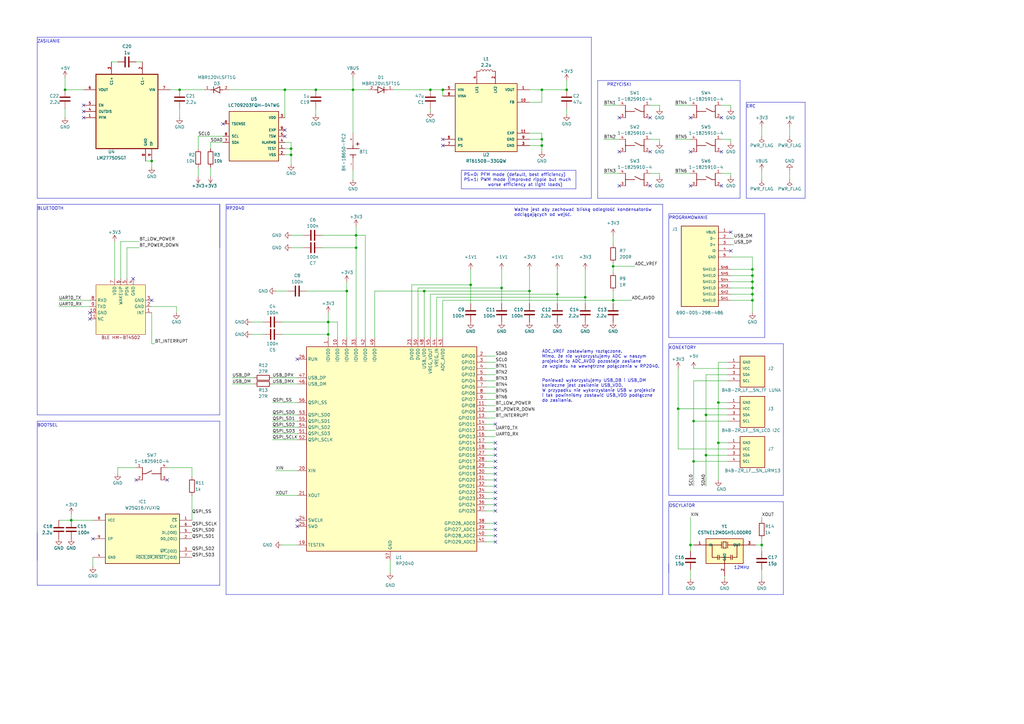
<source format=kicad_sch>
(kicad_sch (version 20230121) (generator eeschema)
  (paper "A3")
  (title_block (title "Projekt PUEIE - Dalmierz") (company "Politechnika Poznańska"))
  (lib_symbols
    (symbol "1-1825910-4:1-1825910-4" (pin_names (offset 1.016))
      (property "Reference" "SW" (at -2.5419 5.0838 0))
      (property "Value" "1-1825910-4" (at -2.5418 -5.0836 0))
      (symbol "1-1825910-4_0_0"
        (pin passive line (at -5.08 2.54 0) (length 2.54) (name "~") (number "1"))
        (pin passive line (at -5.08 -2.54 0) (length 2.54) (name "~") (number "2"))
        (pin passive line (at 7.62 -2.54 180) (length 2.54) (name "~") (number "3"))
        (pin passive line (at 7.62 2.54 180) (length 2.54) (name "~") (number "4"))
      )
    )
    (symbol "690-005-298-486:690-005-298-486" (pin_names (offset 1.016))
      (property "Reference" "J" (at -7.62 10.922 0))
      (property "Value" "690-005-298-486" (at -8.89 -25.4 0))
      (symbol "690-005-298-486_0_0"
        (pin power_in line (at -12.7 7.62 0) (length 5.08) (name "VBUS") (number "1"))
        (pin bidirectional line (at -12.7 5.08 0) (length 5.08) (name "D-") (number "2"))
        (pin bidirectional line (at -12.7 2.54 0) (length 5.08) (name "D+") (number "3"))
        (pin bidirectional line (at -12.7 0 0) (length 5.08) (name "ID") (number "4"))
        (pin power_in line (at -12.7 -2.54 0) (length 5.08) (name "GND") (number "5"))
        (pin passive line (at -12.7 -20.32 0) (length 5.08) (name "SHIELD") (number "SH1"))
        (pin passive line (at -12.7 -17.78 0) (length 5.08) (name "SHIELD") (number "SH2"))
        (pin passive line (at -12.7 -15.24 0) (length 5.08) (name "SHIELD") (number "SH3"))
        (pin passive line (at -12.7 -12.7 0) (length 5.08) (name "SHIELD") (number "SH4"))
        (pin passive line (at -12.7 -10.16 0) (length 5.08) (name "SHIELD") (number "SH5"))
        (pin passive line (at -12.7 -7.62 0) (length 5.08) (name "SHIELD") (number "SH6"))
      )
    )
    (symbol "B4B-ZR_LF__SN_:B4B-ZR_LF__SN_" (pin_names (offset 1.016))
      (property "Reference" "J" (at -3.81 8.89 0))
      (property "Value" "B4B-ZR_LF__SN_" (at -3.81 -7.62 0))
      (symbol "B4B-ZR_LF__SN__1_0"
        (pin passive line (at -8.89 5.08 0) (length 5.08) (name "GND") (number "1"))
        (pin passive line (at -8.89 2.54 0) (length 5.08) (name "VCC") (number "2"))
        (pin passive line (at -8.89 0 0) (length 5.08) (name "SDA") (number "3"))
        (pin passive line (at -8.89 -2.54 0) (length 5.08) (name "SCL") (number "4"))
      )
    )
    (symbol "BK-18650-PC2:BK-18650-PC2" (pin_names (offset 1.016))
      (property "Reference" "BT" (at -3.81 3.81 0))
      (property "Value" "BK-18650-PC2" (at -3.81 -5.08 0))
      (symbol "BK-18650-PC2_0_0"
        (pin passive line (at -7.62 0 0) (length 5.08) (name "~") (number "+"))
        (pin passive line (at 7.62 0 180) (length 5.08) (name "~") (number "-"))
      )
    )
    (symbol "BLE_HM-BT4502:BLE_HM-BT4502"
      (property "Reference" "B" (at -8.89 1.27 0))
      (property "Footprint" "BLE_HM-BT4502:BLE_HM-BT5402" (at 22.86 2.54 0))
      (symbol "BLE_HM-BT4502_1_1"
        (text "BLE HM-BT4502\n" (at 0 -22.86 0) (effects (font (size 1.27 1.27))))
        (pin input line (at 12.7 -12.7 180) (length 2.54) (name "INT") (number "1"))
        (pin input line (at -12.7 -12.7 0) (length 2.54) (name "GND") (number "10"))
        (pin input line (at -12.7 -15.24 0) (length 2.54) (name "NC") (number "11"))
        (pin input line (at 12.7 -10.16 180) (length 2.54) (name "GND") (number "2"))
        (pin input line (at 12.7 -7.62 180) (length 2.54) (name "GND") (number "3"))
        (pin input line (at 5.08 1.27 270) (length 2.54) (name "GND") (number "4"))
        (pin input line (at 2.54 1.27 270) (length 2.54) (name "PDN") (number "5"))
        (pin input line (at 0 1.27 270) (length 2.54) (name "WAKEUP") (number "6"))
        (pin input line (at -2.54 1.27 270) (length 2.54) (name "VDD") (number "7"))
        (pin input line (at -12.7 -7.62 0) (length 2.54) (name "RXD") (number "8"))
        (pin input line (at -12.7 -10.16 0) (length 2.54) (name "TXD") (number "9"))
      )
    )
    (symbol "CSTNE12M0GH5L000R0:CSTNE12M0GH5L000R0" (pin_names (offset 1.016))
      (property "Reference" "Y" (at -7.62 6.35 0))
      (property "Value" "CSTNE12M0GH5L000R0" (at 1.27 -6.35 0))
      (symbol "CSTNE12M0GH5L000R0_1_0"
        (pin input line (at -12.7 2.54 0) (length 5.08) (name "IN") (number "1"))
        (pin power_in line (at 0 -10.16 90) (length 5.08) (name "GND") (number "2"))
        (pin output line (at 12.7 2.54 180) (length 5.08) (name "OUT") (number "3"))
      )
    )
    (symbol "Device:C" (pin_numbers hide) (pin_names (offset 0.254))
      (property "Reference" "C" (at 0.635 2.54 0))
      (property "Value" "C" (at 0.635 -2.54 0))
      (symbol "C_1_1"
        (pin passive line (at 0 3.81 270) (length 2.794) (name "~") (number "1"))
        (pin passive line (at 0 -3.81 90) (length 2.794) (name "~") (number "2"))
      )
    )
    (symbol "Device:L" (pin_numbers hide) (pin_names (offset 1.016) hide)
      (property "Reference" "L" (at -1.27 0 90))
      (property "Value" "L" (at 1.905 0 90))
      (symbol "L_1_1"
        (pin passive line (at 0 3.81 270) (length 1.27) (name "1") (number "1"))
        (pin passive line (at 0 -3.81 90) (length 1.27) (name "2") (number "2"))
      )
    )
    (symbol "Device:R" (pin_numbers hide) (pin_names (offset 0))
      (property "Reference" "R" (at 2.032 0 90))
      (property "Value" "R" (at 0 0 90))
      (symbol "R_1_1"
        (pin passive line (at 0 3.81 270) (length 1.27) (name "~") (number "1"))
        (pin passive line (at 0 -3.81 90) (length 1.27) (name "~") (number "2"))
      )
    )
    (symbol "LC709203FQH-04TWG:LC709203FQH-04TWG" (pin_names (offset 1.016))
      (property "Reference" "U" (at -10.1794 10.6882 0))
      (property "Value" "LC709203FQH-04TWG" (at -10.209 -12.7612 0))
      (symbol "LC709203FQH-04TWG_0_0"
        (pin input line (at 12.7 -5.08 180) (length 2.54) (name "TEST") (number "1"))
        (pin power_in line (at 12.7 -7.62 180) (length 2.54) (name "VSS") (number "2"))
        (pin power_in line (at 12.7 7.62 180) (length 2.54) (name "VDD") (number "3"))
        (pin output line (at 12.7 0 180) (length 2.54) (name "TSW") (number "5"))
        (pin input line (at -12.7 5.08 0) (length 2.54) (name "TSENSE") (number "6"))
        (pin bidirectional line (at -12.7 -2.54 0) (length 2.54) (name "SDA") (number "7"))
        (pin bidirectional line (at -12.7 0 0) (length 2.54) (name "SCL") (number "8"))
        (pin power_in line (at 12.7 2.54 180) (length 2.54) (name "EXP") (number "9"))
      )
      (symbol "LC709203FQH-04TWG_1_0"
        (pin input line (at 12.7 -2.54 180) (length 2.54) (name "ALARMB") (number "4"))
      )
    )
    (symbol "LM2775DSGT:LM2775DSGT" (pin_names (offset 1.016))
      (property "Reference" "U" (at -12.7 16.24 0))
      (property "Value" "LM2775DSGT" (at -12.7 -19.05 0))
      (symbol "LM2775DSGT_0_0"
        (pin input line (at -17.78 -2.54 0) (length 5.08) (name "PFM") (number "1"))
        (pin input line (at -17.78 0 0) (length 5.08) (name "OUTDIS") (number "4"))
        (pin input line (at -17.78 2.54 0) (length 5.08) (name "EN") (number "5"))
        (pin power_in line (at 7.62 -20.32 90) (length 5.08) (name "GND") (number "8"))
        (pin power_in line (at 10.16 -20.32 90) (length 5.08) (name "TP") (number "9"))
      )
      (symbol "LM2775DSGT_1_0"
        (pin passive line (at 6.35 20.32 270) (length 5.08) (name "C1-") (number "2"))
        (pin passive line (at -6.35 20.32 270) (length 5.08) (name "C1+") (number "3"))
        (pin passive line (at -17.78 8.89 0) (length 5.08) (name "VOUT") (number "6"))
        (pin passive line (at 17.78 8.89 180) (length 5.08) (name "VIN") (number "7"))
      )
    )
    (symbol "MBR120VLSFT1G:MBR120VLSFT1G" (pin_names (offset 1.016))
      (property "Reference" "D" (at -5.08 2.54 0))
      (property "Value" "MBR120VLSFT1G" (at -5.08 -3.81 0))
      (symbol "MBR120VLSFT1G_0_0"
        (pin passive line (at 5.08 0 180) (length 2.54) (name "~") (number "1"))
        (pin passive line (at -5.08 0 0) (length 2.54) (name "~") (number "2"))
      )
    )
    (symbol "RP2040_CUSTOM:RP2040"
      (property "Reference" "U" (at 31.75 45.72 0))
      (property "Value" "RP2040" (at 31.75 43.18 0))
      (symbol "RP2040_1_1"
        (pin power_in line (at -25.4 45.72 270) (length 3.81) (name "IOVDD") (number "1"))
        (pin passive line (at -21.59 45.72 270) (length 3.81) (name "IOVDD") (number "10"))
        (pin bidirectional line (at 39.37 17.78 180) (length 3.81) (name "GPIO8") (number "11"))
        (pin bidirectional line (at 39.37 15.24 180) (length 3.81) (name "GPIO9") (number "12"))
        (pin bidirectional line (at 39.37 12.7 180) (length 3.81) (name "GPIO10") (number "13"))
        (pin bidirectional line (at 39.37 10.16 180) (length 3.81) (name "GPIO11") (number "14"))
        (pin bidirectional line (at 39.37 7.62 180) (length 3.81) (name "GPIO12") (number "15"))
        (pin bidirectional line (at 39.37 5.08 180) (length 3.81) (name "GPIO13") (number "16"))
        (pin bidirectional line (at 39.37 2.54 180) (length 3.81) (name "GPIO14") (number "17"))
        (pin bidirectional line (at 39.37 0 180) (length 3.81) (name "GPIO15") (number "18"))
        (pin input line (at -38.1 -39.37 0) (length 3.81) (name "TESTEN") (number "19"))
        (pin bidirectional line (at 39.37 38.1 180) (length 3.81) (name "GPIO0") (number "2"))
        (pin input line (at -38.1 -8.89 0) (length 3.81) (name "XIN") (number "20"))
        (pin passive line (at -38.1 -19.05 0) (length 3.81) (name "XOUT") (number "21"))
        (pin passive line (at -17.78 45.72 270) (length 3.81) (name "IOVDD") (number "22"))
        (pin power_in line (at 8.89 45.72 270) (length 3.81) (name "DVDD") (number "23"))
        (pin input line (at -38.1 -29.21 0) (length 3.81) (name "SWCLK") (number "24"))
        (pin bidirectional line (at -38.1 -31.75 0) (length 3.81) (name "SWD") (number "25"))
        (pin input line (at -38.1 36.83 0) (length 3.81) (name "RUN") (number "26"))
        (pin bidirectional line (at 39.37 -2.54 180) (length 3.81) (name "GPIO16") (number "27"))
        (pin bidirectional line (at 39.37 -5.08 180) (length 3.81) (name "GPIO17") (number "28"))
        (pin bidirectional line (at 39.37 -7.62 180) (length 3.81) (name "GPIO18") (number "29"))
        (pin bidirectional line (at 39.37 35.56 180) (length 3.81) (name "GPIO1") (number "3"))
        (pin bidirectional line (at 39.37 -10.16 180) (length 3.81) (name "GPIO19") (number "30"))
        (pin bidirectional line (at 39.37 -12.7 180) (length 3.81) (name "GPIO20") (number "31"))
        (pin bidirectional line (at 39.37 -15.24 180) (length 3.81) (name "GPIO21") (number "32"))
        (pin passive line (at -13.97 45.72 270) (length 3.81) (name "IOVDD") (number "33"))
        (pin bidirectional line (at 39.37 -17.78 180) (length 3.81) (name "GPIO22") (number "34"))
        (pin bidirectional line (at 39.37 -20.32 180) (length 3.81) (name "GPIO23") (number "35"))
        (pin bidirectional line (at 39.37 -22.86 180) (length 3.81) (name "GPIO24") (number "36"))
        (pin bidirectional line (at 39.37 -25.4 180) (length 3.81) (name "GPIO25") (number "37"))
        (pin bidirectional line (at 39.37 -30.48 180) (length 3.81) (name "GPIO26_ADC0") (number "38"))
        (pin bidirectional line (at 39.37 -33.02 180) (length 3.81) (name "GPIO27_ADC1") (number "39"))
        (pin bidirectional line (at 39.37 33.02 180) (length 3.81) (name "GPIO2") (number "4"))
        (pin bidirectional line (at 39.37 -35.56 180) (length 3.81) (name "GPIO28_ADC2") (number "40"))
        (pin bidirectional line (at 39.37 -38.1 180) (length 3.81) (name "GPIO29_ADC3") (number "41"))
        (pin passive line (at -10.16 45.72 270) (length 3.81) (name "IOVDD") (number "42"))
        (pin passive line (at 21.59 45.72 270) (length 3.81) (name "ADC_AVDD") (number "43"))
        (pin power_in line (at 19.05 45.72 270) (length 3.81) (name "VREG_IN") (number "44"))
        (pin power_out line (at 16.51 45.72 270) (length 3.81) (name "VREG_VOUT") (number "45"))
        (pin bidirectional line (at -38.1 26.67 0) (length 3.81) (name "USB_DM") (number "46"))
        (pin bidirectional line (at -38.1 29.21 0) (length 3.81) (name "USB_DP") (number "47"))
        (pin power_in line (at 13.97 45.72 270) (length 3.81) (name "USB_VDD") (number "48"))
        (pin passive line (at -6.35 45.72 270) (length 3.81) (name "IOVDD") (number "49"))
        (pin bidirectional line (at 39.37 30.48 180) (length 3.81) (name "GPIO3") (number "5"))
        (pin passive line (at 11.43 45.72 270) (length 3.81) (name "DVDD") (number "50"))
        (pin bidirectional line (at -38.1 6.35 0) (length 3.81) (name "QSPI_SD3") (number "51"))
        (pin output line (at -38.1 3.81 0) (length 3.81) (name "QSPI_SCLK") (number "52"))
        (pin bidirectional line (at -38.1 13.97 0) (length 3.81) (name "QSPI_SD0") (number "53"))
        (pin bidirectional line (at -38.1 8.89 0) (length 3.81) (name "QSPI_SD2") (number "54"))
        (pin bidirectional line (at -38.1 11.43 0) (length 3.81) (name "QSPI_SD1") (number "55"))
        (pin bidirectional line (at -38.1 19.05 0) (length 3.81) (name "QSPI_SS") (number "56"))
        (pin power_in line (at 0 -45.72 90) (length 3.81) (name "GND") (number "57"))
        (pin bidirectional line (at 39.37 27.94 180) (length 3.81) (name "GPIO4") (number "6"))
        (pin bidirectional line (at 39.37 25.4 180) (length 3.81) (name "GPIO5") (number "7"))
        (pin bidirectional line (at 39.37 22.86 180) (length 3.81) (name "GPIO6") (number "8"))
        (pin bidirectional line (at 39.37 20.32 180) (length 3.81) (name "GPIO7") (number "9"))
      )
    )
    (symbol "RT6150B-33GQW:RT6150B-33GQW" (pin_names (offset 1.016))
      (property "Reference" "U" (at -12.7 13.208 0))
      (property "Value" "RT6150B-33GQW" (at -12.7 -19.05 0))
      (symbol "RT6150B-33GQW_0_0"
        (pin power_in line (at 17.78 -7.62 180) (length 5.08) (name "EXP") (number "11"))
        (pin passive line (at 3.81 17.78 270) (length 5.08) (name "LX2") (number "2"))
        (pin power_in line (at 17.78 -12.7 180) (length 5.08) (name "GND") (number "3"))
        (pin passive line (at -3.81 17.78 270) (length 5.08) (name "LX1") (number "4"))
        (pin input line (at -17.78 10.16 0) (length 5.08) (name "VIN") (number "5"))
        (pin input line (at -17.78 -10.16 0) (length 5.08) (name "EN") (number "6"))
        (pin input line (at -17.78 -12.7 0) (length 5.08) (name "PS") (number "7"))
        (pin input line (at -17.78 7.62 0) (length 5.08) (name "VINA") (number "8"))
        (pin power_in line (at 17.78 -10.16 180) (length 5.08) (name "GND") (number "9"))
      )
      (symbol "RT6150B-33GQW_1_0"
        (pin passive line (at 17.78 10.16 180) (length 5.08) (name "VOUT") (number "1"))
        (pin passive line (at 17.78 5.08 180) (length 5.08) (name "FB") (number "10"))
      )
    )
    (symbol "W25Q16JVUXIQ:W25Q16JVUXIQ" (pin_names (offset 1.016))
      (property "Reference" "IC" (at 8.89 7.62 0))
      (property "Value" "W25Q16JVUXIQ" (at 8.89 5.08 0))
      (symbol "W25Q16JVUXIQ_0_0"
        (pin bidirectional line (at 35.56 0 180) (length 5.08) (name "~{CS}") (number "1"))
        (pin bidirectional line (at 35.56 -7.62 180) (length 5.08) (name "DO_(IO1)") (number "2"))
        (pin bidirectional line (at 35.56 -12.7 180) (length 5.08) (name "~{WP_}(IO2)") (number "3"))
        (pin bidirectional line (at 35.56 -5.08 180) (length 5.08) (name "DI_(IO0)") (number "5"))
        (pin bidirectional line (at 35.56 -2.54 180) (length 5.08) (name "CLK") (number "6"))
        (pin bidirectional line (at 35.56 -15.24 180) (length 5.08) (name "~{HOLD_OR_RESET_}(IO3)") (number "7"))
        (pin bidirectional line (at -5.08 -7.62 0) (length 5.08) (name "EP") (number "9"))
      )
      (symbol "W25Q16JVUXIQ_1_0"
        (pin power_in line (at -5.08 -15.24 0) (length 5.08) (name "GND") (number "4"))
        (pin power_in line (at -5.08 0 0) (length 5.08) (name "VCC") (number "8"))
      )
    )
    (symbol "power:+1V1" (power) (pin_names (offset 0))
      (property "Value" "+1V1" (at 0 3.556 0))
      (symbol "+1V1_1_1"
        (pin power_in line (at 0 0 90) (length 0) hide (name "+1V1") (number "1"))
      )
    )
    (symbol "power:+3V3" (power) (pin_names (offset 0))
      (property "Value" "+3V3" (at 0 3.556 0))
      (symbol "+3V3_1_1"
        (pin power_in line (at 0 0 90) (length 0) hide (name "+3V3") (number "1"))
      )
    )
    (symbol "power:+5V" (power) (pin_names (offset 0))
      (property "Value" "+5V" (at 0 3.556 0))
      (symbol "+5V_1_1"
        (pin power_in line (at 0 0 90) (length 0) hide (name "+5V") (number "1"))
      )
    )
    (symbol "power:GND" (power) (pin_names (offset 0))
      (property "Value" "GND" (at 0 -3.81 0))
      (symbol "GND_1_1"
        (pin power_in line (at 0 0 270) (length 0) hide (name "GND") (number "1"))
      )
    )
    (symbol "power:PWR_FLAG" (power) (pin_numbers hide) (pin_names (offset 0) hide)
      (property "Value" "PWR_FLAG" (at 0 3.81 0))
      (symbol "PWR_FLAG_0_0"
        (pin power_out line (at 0 0 90) (length 0) (name "pwr") (number "1"))
      )
    )
    (symbol "power:VBUS" (power) (pin_names (offset 0))
      (property "Value" "VBUS" (at 0 3.81 0))
      (symbol "VBUS_1_1"
        (pin power_in line (at 0 0 90) (length 0) hide (name "VBUS") (number "1"))
      )
    )
  )
  (junction (at 119.38 63.5))
  (junction (at 193.04 116.84))
  (junction (at 222.25 36.83))
  (junction (at 62.23 66.04))
  (junction (at 144.78 36.83))
  (junction (at 205.74 118.11))
  (junction (at 222.25 57.15))
  (junction (at 308.61 110.49))
  (junction (at 146.05 96.52))
  (junction (at 176.53 36.83))
  (junction (at 142.24 119.38))
  (junction (at 134.62 132.08))
  (junction (at 232.41 36.83))
  (junction (at 289.56 170.18))
  (junction (at 284.48 172.72))
  (junction (at 26.67 36.83))
  (junction (at 308.61 120.65))
  (junction (at 308.61 118.11))
  (junction (at 119.38 60.96))
  (junction (at 284.48 189.23))
  (junction (at 146.05 101.6))
  (junction (at 217.17 119.38))
  (junction (at 251.46 109.22))
  (junction (at 181.61 36.83))
  (junction (at 294.64 181.61))
  (junction (at 228.6 120.65))
  (junction (at 134.62 137.16))
  (junction (at 129.54 36.83))
  (junction (at 294.64 165.1))
  (junction (at 173.99 119.38))
  (junction (at 222.25 59.69))
  (junction (at 278.13 167.64))
  (junction (at 251.46 123.19))
  (junction (at 240.03 121.92))
  (junction (at 308.61 123.19))
  (junction (at 116.84 36.83))
  (junction (at 308.61 115.57))
  (junction (at 29.21 213.36))
  (junction (at 289.56 186.69))
  (junction (at 308.61 113.03))
  (junction (at 73.66 36.83))
  (junction (at 312.42 223.52))
  (junction (at 283.21 223.52))
  (no_connect (at 203.2 199.39))
  (no_connect (at 203.2 222.25))
  (no_connect (at 283.21 76.2))
  (no_connect (at 203.2 184.15))
  (no_connect (at 62.23 123.19))
  (no_connect (at 181.61 59.69))
  (no_connect (at 254 62.23))
  (no_connect (at 266.7 48.26))
  (no_connect (at 203.2 186.69))
  (no_connect (at 295.91 62.23))
  (no_connect (at 116.84 53.34))
  (no_connect (at 203.2 219.71))
  (no_connect (at 121.92 213.36))
  (no_connect (at 36.83 128.27))
  (no_connect (at 34.29 48.26))
  (no_connect (at 121.92 147.32))
  (no_connect (at 38.1 220.98))
  (no_connect (at 54.61 114.3))
  (no_connect (at 203.2 194.31))
  (no_connect (at 254 76.2))
  (no_connect (at 68.58 196.85))
  (no_connect (at 203.2 191.77))
  (no_connect (at 121.92 215.9))
  (no_connect (at 283.21 62.23))
  (no_connect (at 203.2 181.61))
  (no_connect (at 299.72 95.25))
  (no_connect (at 203.2 209.55))
  (no_connect (at 34.29 45.72))
  (no_connect (at 283.21 48.26))
  (no_connect (at 203.2 214.63))
  (no_connect (at 266.7 76.2))
  (no_connect (at 203.2 204.47))
  (no_connect (at 295.91 48.26))
  (no_connect (at 203.2 217.17))
  (no_connect (at 34.29 43.18))
  (no_connect (at 181.61 57.15))
  (no_connect (at 203.2 201.93))
  (no_connect (at 254 48.26))
  (no_connect (at 36.83 130.81))
  (no_connect (at 91.44 50.8))
  (no_connect (at 295.91 76.2))
  (no_connect (at 203.2 173.99))
  (no_connect (at 203.2 196.85))
  (no_connect (at 55.88 196.85))
  (no_connect (at 203.2 207.01))
  (no_connect (at 203.2 189.23))
  (no_connect (at 116.84 55.88))
  (no_connect (at 266.7 62.23))
  (no_connect (at 299.72 102.87))
  (wire (pts (xy 176.53 44.45) (xy 176.53 45.72)))
  (wire (pts (xy 72.39 125.73) (xy 72.39 128.27)))
  (wire (pts (xy 312.42 223.52) (xy 312.42 226.06)))
  (wire (pts (xy 203.2 196.85) (xy 199.39 196.85)))
  (wire (pts (xy 119.38 63.5) (xy 116.84 63.5)))
  (wire (pts (xy 205.74 118.11) (xy 171.45 118.11)))
  (wire (pts (xy 203.2 171.45) (xy 199.39 171.45)))
  (wire (pts (xy 111.76 170.18) (xy 121.92 170.18)))
  (wire (pts (xy 203.2 214.63) (xy 199.39 214.63)))
  (wire (pts (xy 111.76 165.1) (xy 121.92 165.1)))
  (polyline (pts (xy 274.32 205.74) (xy 274.32 234.95)))
  (wire (pts (xy 217.17 119.38) (xy 217.17 124.46)))
  (polyline (pts (xy 330.2 81.28) (xy 306.07 81.28)))
  (wire (pts (xy 111.76 154.94) (xy 121.92 154.94)))
  (wire (pts (xy 203.2 158.75) (xy 199.39 158.75)))
  (polyline (pts (xy 245.11 81.28) (xy 245.11 33.02)))
  (wire (pts (xy 57.15 99.06) (xy 49.53 99.06)))
  (wire (pts (xy 144.78 36.83) (xy 151.13 36.83)))
  (wire (pts (xy 240.03 110.49) (xy 240.03 121.92)))
  (wire (pts (xy 308.61 110.49) (xy 308.61 113.03)))
  (wire (pts (xy 119.38 60.96) (xy 119.38 63.5)))
  (polyline (pts (xy 90.17 172.72) (xy 15.24 172.72)))
  (wire (pts (xy 62.23 66.04) (xy 62.23 68.58)))
  (wire (pts (xy 149.86 96.52) (xy 146.05 96.52)))
  (wire (pts (xy 146.05 101.6) (xy 132.08 101.6)))
  (wire (pts (xy 270.51 57.15) (xy 270.51 58.42)))
  (wire (pts (xy 203.2 148.59) (xy 199.39 148.59)))
  (wire (pts (xy 193.04 116.84) (xy 168.91 116.84)))
  (wire (pts (xy 299.72 123.19) (xy 308.61 123.19)))
  (wire (pts (xy 115.57 132.08) (xy 134.62 132.08)))
  (wire (pts (xy 46.99 99.06) (xy 46.99 114.3)))
  (wire (pts (xy 26.67 44.45) (xy 26.67 48.26)))
  (wire (pts (xy 284.48 151.13) (xy 298.45 151.13)))
  (wire (pts (xy 298.45 186.69) (xy 289.56 186.69)))
  (wire (pts (xy 203.2 199.39) (xy 199.39 199.39)))
  (wire (pts (xy 240.03 121.92) (xy 240.03 124.46)))
  (wire (pts (xy 29.21 210.82) (xy 29.21 213.36)))
  (polyline (pts (xy 15.24 170.18) (xy 15.24 83.82)))
  (wire (pts (xy 203.2 176.53) (xy 199.39 176.53)))
  (wire (pts (xy 181.61 138.43) (xy 181.61 123.19)))
  (wire (pts (xy 113.03 203.2) (xy 121.92 203.2)))
  (wire (pts (xy 299.72 120.65) (xy 308.61 120.65)))
  (wire (pts (xy 142.24 138.43) (xy 142.24 119.38)))
  (wire (pts (xy 203.2 153.67) (xy 199.39 153.67)))
  (wire (pts (xy 278.13 151.13) (xy 278.13 167.64)))
  (wire (pts (xy 134.62 137.16) (xy 134.62 138.43)))
  (wire (pts (xy 203.2 156.21) (xy 199.39 156.21)))
  (wire (pts (xy 276.86 57.15) (xy 283.21 57.15)))
  (wire (pts (xy 289.56 153.67) (xy 289.56 170.18)))
  (wire (pts (xy 144.78 36.83) (xy 144.78 54.61)))
  (wire (pts (xy 299.72 110.49) (xy 308.61 110.49)))
  (wire (pts (xy 217.17 57.15) (xy 222.25 57.15)))
  (wire (pts (xy 276.86 71.12) (xy 283.21 71.12)))
  (wire (pts (xy 266.7 43.18) (xy 270.51 43.18)))
  (polyline (pts (xy 274.32 203.2) (xy 274.32 140.97)))
  (wire (pts (xy 217.17 119.38) (xy 173.99 119.38)))
  (wire (pts (xy 116.84 36.83) (xy 129.54 36.83)))
  (wire (pts (xy 299.72 115.57) (xy 308.61 115.57)))
  (wire (pts (xy 118.11 119.38) (xy 113.03 119.38)))
  (wire (pts (xy 203.2 219.71) (xy 199.39 219.71)))
  (wire (pts (xy 62.23 128.27) (xy 62.23 140.97)))
  (wire (pts (xy 102.87 137.16) (xy 107.95 137.16)))
  (polyline (pts (xy 271.78 243.84) (xy 92.71 243.84)))
  (wire (pts (xy 144.78 69.85) (xy 144.78 73.66)))
  (wire (pts (xy 116.84 58.42) (xy 119.38 58.42)))
  (wire (pts (xy 119.38 58.42) (xy 119.38 60.96)))
  (polyline (pts (xy 92.71 83.82) (xy 271.78 83.82)))
  (wire (pts (xy 300.99 100.33) (xy 299.72 100.33)))
  (wire (pts (xy 232.41 44.45) (xy 232.41 46.99)))
  (wire (pts (xy 289.56 186.69) (xy 289.56 199.39)))
  (wire (pts (xy 95.25 154.94) (xy 104.14 154.94)))
  (wire (pts (xy 113.03 193.04) (xy 121.92 193.04)))
  (wire (pts (xy 62.23 140.97) (xy 63.5 140.97)))
  (polyline (pts (xy 92.71 154.94) (xy 92.71 83.82)))
  (wire (pts (xy 81.28 60.96) (xy 81.28 55.88)))
  (wire (pts (xy 251.46 96.52) (xy 251.46 100.33)))
  (wire (pts (xy 179.07 121.92) (xy 240.03 121.92)))
  (wire (pts (xy 205.74 118.11) (xy 205.74 124.46)))
  (wire (pts (xy 270.51 43.18) (xy 270.51 44.45)))
  (wire (pts (xy 308.61 118.11) (xy 308.61 120.65)))
  (polyline (pts (xy 321.31 205.74) (xy 274.32 205.74)))
  (wire (pts (xy 284.48 189.23) (xy 298.45 189.23)))
  (wire (pts (xy 95.25 157.48) (xy 104.14 157.48)))
  (wire (pts (xy 228.6 110.49) (xy 228.6 120.65)))
  (wire (pts (xy 132.08 96.52) (xy 146.05 96.52)))
  (wire (pts (xy 176.53 36.83) (xy 181.61 36.83)))
  (wire (pts (xy 45.72 25.4) (xy 48.26 25.4)))
  (wire (pts (xy 298.45 184.15) (xy 278.13 184.15)))
  (wire (pts (xy 298.45 165.1) (xy 294.64 165.1)))
  (wire (pts (xy 115.57 137.16) (xy 134.62 137.16)))
  (polyline (pts (xy 321.31 243.84) (xy 321.31 205.74)))
  (wire (pts (xy 312.42 52.07) (xy 312.42 55.88)))
  (wire (pts (xy 299.72 105.41) (xy 308.61 105.41)))
  (wire (pts (xy 81.28 55.88) (xy 91.44 55.88)))
  (polyline (pts (xy 274.32 140.97) (xy 321.31 140.97)))
  (wire (pts (xy 115.57 223.52) (xy 121.92 223.52)))
  (wire (pts (xy 203.2 146.05) (xy 199.39 146.05)))
  (wire (pts (xy 138.43 138.43) (xy 138.43 132.08)))
  (wire (pts (xy 312.42 69.85) (xy 312.42 73.66)))
  (wire (pts (xy 217.17 41.91) (xy 222.25 41.91)))
  (wire (pts (xy 228.6 120.65) (xy 228.6 124.46)))
  (wire (pts (xy 111.76 172.72) (xy 121.92 172.72)))
  (wire (pts (xy 83.82 36.83) (xy 73.66 36.83)))
  (wire (pts (xy 222.25 59.69) (xy 222.25 62.23)))
  (wire (pts (xy 299.72 43.18) (xy 299.72 44.45)))
  (wire (pts (xy 203.2 166.37) (xy 199.39 166.37)))
  (wire (pts (xy 111.76 177.8) (xy 121.92 177.8)))
  (wire (pts (xy 298.45 181.61) (xy 294.64 181.61)))
  (wire (pts (xy 69.85 36.83) (xy 73.66 36.83)))
  (wire (pts (xy 146.05 101.6) (xy 146.05 138.43)))
  (polyline (pts (xy 15.24 172.72) (xy 15.24 229.87)))
  (wire (pts (xy 203.2 186.69) (xy 199.39 186.69)))
  (wire (pts (xy 86.36 60.96) (xy 86.36 58.42)))
  (wire (pts (xy 295.91 57.15) (xy 299.72 57.15)))
  (wire (pts (xy 251.46 107.95) (xy 251.46 109.22)))
  (polyline (pts (xy 274.32 243.84) (xy 321.31 243.84)))
  (polyline (pts (xy 313.69 87.63) (xy 313.69 138.43)))
  (wire (pts (xy 251.46 119.38) (xy 251.46 123.19)))
  (wire (pts (xy 312.42 233.68) (xy 312.42 237.49)))
  (wire (pts (xy 111.76 157.48) (xy 121.92 157.48)))
  (wire (pts (xy 283.21 223.52) (xy 283.21 212.09)))
  (wire (pts (xy 247.65 71.12) (xy 254 71.12)))
  (wire (pts (xy 222.25 54.61) (xy 222.25 57.15)))
  (wire (pts (xy 308.61 115.57) (xy 308.61 118.11)))
  (polyline (pts (xy 306.07 41.91) (xy 306.07 81.28)))
  (polyline (pts (xy 242.57 15.24) (xy 242.57 81.28)))
  (wire (pts (xy 203.2 204.47) (xy 199.39 204.47)))
  (wire (pts (xy 146.05 92.71) (xy 146.05 96.52)))
  (wire (pts (xy 222.25 41.91) (xy 222.25 36.83)))
  (wire (pts (xy 299.72 113.03) (xy 308.61 113.03)))
  (wire (pts (xy 78.74 203.2) (xy 78.74 213.36)))
  (wire (pts (xy 259.08 123.19) (xy 251.46 123.19)))
  (wire (pts (xy 129.54 44.45) (xy 129.54 46.99)))
  (wire (pts (xy 203.2 194.31) (xy 199.39 194.31)))
  (wire (pts (xy 62.23 125.73) (xy 72.39 125.73)))
  (polyline (pts (xy 90.17 240.03) (xy 90.17 172.72)))
  (wire (pts (xy 299.72 57.15) (xy 299.72 58.42)))
  (wire (pts (xy 232.41 33.02) (xy 232.41 36.83)))
  (wire (pts (xy 193.04 116.84) (xy 193.04 124.46)))
  (wire (pts (xy 295.91 43.18) (xy 299.72 43.18)))
  (wire (pts (xy 266.7 71.12) (xy 270.51 71.12)))
  (polyline (pts (xy 90.17 83.82) (xy 90.17 101.6)))
  (wire (pts (xy 111.76 180.34) (xy 121.92 180.34)))
  (wire (pts (xy 203.2 173.99) (xy 199.39 173.99)))
  (wire (pts (xy 181.61 123.19) (xy 251.46 123.19)))
  (polyline (pts (xy 15.24 240.03) (xy 90.17 240.03)))
  (wire (pts (xy 49.53 99.06) (xy 49.53 114.3)))
  (wire (pts (xy 176.53 120.65) (xy 176.53 138.43)))
  (wire (pts (xy 312.42 220.98) (xy 312.42 223.52)))
  (wire (pts (xy 48.26 191.77) (xy 48.26 194.31)))
  (wire (pts (xy 55.88 25.4) (xy 58.42 25.4)))
  (wire (pts (xy 308.61 120.65) (xy 308.61 123.19)))
  (wire (pts (xy 55.88 191.77) (xy 48.26 191.77)))
  (wire (pts (xy 299.72 118.11) (xy 308.61 118.11)))
  (wire (pts (xy 111.76 175.26) (xy 121.92 175.26)))
  (wire (pts (xy 144.78 31.75) (xy 144.78 36.83)))
  (polyline (pts (xy 15.24 218.44) (xy 15.24 240.03)))
  (wire (pts (xy 168.91 116.84) (xy 168.91 138.43)))
  (polyline (pts (xy 330.2 41.91) (xy 330.2 81.28)))
  (wire (pts (xy 203.2 179.07) (xy 199.39 179.07)))
  (wire (pts (xy 222.25 36.83) (xy 232.41 36.83)))
  (wire (pts (xy 171.45 118.11) (xy 171.45 138.43)))
  (wire (pts (xy 203.2 184.15) (xy 199.39 184.15)))
  (polyline (pts (xy 15.24 15.24) (xy 242.57 15.24)))
  (wire (pts (xy 283.21 226.06) (xy 283.21 223.52)))
  (wire (pts (xy 284.48 156.21) (xy 284.48 172.72)))
  (wire (pts (xy 119.38 63.5) (xy 119.38 67.31)))
  (wire (pts (xy 134.62 132.08) (xy 138.43 132.08)))
  (wire (pts (xy 86.36 58.42) (xy 91.44 58.42)))
  (wire (pts (xy 203.2 163.83) (xy 199.39 163.83)))
  (wire (pts (xy 161.29 36.83) (xy 176.53 36.83)))
  (wire (pts (xy 283.21 223.52) (xy 284.48 223.52)))
  (wire (pts (xy 73.66 44.45) (xy 73.66 48.26)))
  (wire (pts (xy 203.2 207.01) (xy 199.39 207.01)))
  (wire (pts (xy 217.17 59.69) (xy 222.25 59.69)))
  (wire (pts (xy 203.2 217.17) (xy 199.39 217.17)))
  (wire (pts (xy 153.67 119.38) (xy 173.99 119.38)))
  (wire (pts (xy 270.51 71.12) (xy 270.51 72.39)))
  (wire (pts (xy 308.61 105.41) (xy 308.61 110.49)))
  (wire (pts (xy 59.69 66.04) (xy 62.23 66.04)))
  (wire (pts (xy 116.84 36.83) (xy 116.84 48.26)))
  (wire (pts (xy 203.2 151.13) (xy 199.39 151.13)))
  (polyline (pts (xy 90.17 83.82) (xy 90.17 170.18)))
  (wire (pts (xy 52.07 101.6) (xy 52.07 114.3)))
  (wire (pts (xy 125.73 119.38) (xy 142.24 119.38)))
  (wire (pts (xy 149.86 96.52) (xy 149.86 138.43)))
  (wire (pts (xy 203.2 189.23) (xy 199.39 189.23)))
  (wire (pts (xy 298.45 153.67) (xy 289.56 153.67)))
  (polyline (pts (xy 313.69 138.43) (xy 274.32 138.43)))
  (wire (pts (xy 276.86 43.18) (xy 283.21 43.18)))
  (polyline (pts (xy 15.24 83.82) (xy 90.17 83.82)))
  (wire (pts (xy 29.21 213.36) (xy 38.1 213.36)))
  (wire (pts (xy 294.64 165.1) (xy 294.64 181.61)))
  (wire (pts (xy 119.38 96.52) (xy 124.46 96.52)))
  (wire (pts (xy 217.17 36.83) (xy 222.25 36.83)))
  (wire (pts (xy 312.42 212.09) (xy 312.42 213.36)))
  (polyline (pts (xy 92.71 154.94) (xy 92.71 243.84)))
  (wire (pts (xy 289.56 170.18) (xy 289.56 186.69)))
  (wire (pts (xy 134.62 128.27) (xy 134.62 132.08)))
  (wire (pts (xy 308.61 123.19) (xy 308.61 128.27)))
  (wire (pts (xy 173.99 119.38) (xy 173.99 138.43)))
  (wire (pts (xy 57.15 101.6) (xy 52.07 101.6)))
  (polyline (pts (xy 242.57 81.28) (xy 15.24 81.28)))
  (wire (pts (xy 26.67 36.83) (xy 34.29 36.83)))
  (wire (pts (xy 179.07 138.43) (xy 179.07 121.92)))
  (wire (pts (xy 203.2 191.77) (xy 199.39 191.77)))
  (wire (pts (xy 251.46 123.19) (xy 251.46 124.46)))
  (wire (pts (xy 247.65 57.15) (xy 254 57.15)))
  (wire (pts (xy 298.45 148.59) (xy 294.64 148.59)))
  (wire (pts (xy 217.17 110.49) (xy 217.17 119.38)))
  (wire (pts (xy 203.2 181.61) (xy 199.39 181.61)))
  (polyline (pts (xy 321.31 203.2) (xy 321.31 140.97)))
  (wire (pts (xy 228.6 120.65) (xy 176.53 120.65)))
  (wire (pts (xy 251.46 109.22) (xy 251.46 111.76)))
  (wire (pts (xy 134.62 132.08) (xy 134.62 137.16)))
  (polyline (pts (xy 274.32 231.14) (xy 274.32 243.84)))
  (polyline (pts (xy 245.11 81.28) (xy 303.53 81.28)))
  (polyline (pts (xy 90.17 170.18) (xy 15.24 170.18)))
  (wire (pts (xy 129.54 36.83) (xy 144.78 36.83)))
  (wire (pts (xy 284.48 172.72) (xy 298.45 172.72)))
  (wire (pts (xy 284.48 189.23) (xy 284.48 199.39)))
  (wire (pts (xy 26.67 31.75) (xy 26.67 36.83)))
  (wire (pts (xy 142.24 115.57) (xy 142.24 119.38)))
  (polyline (pts (xy 306.07 41.91) (xy 330.2 41.91)))
  (wire (pts (xy 203.2 201.93) (xy 199.39 201.93)))
  (wire (pts (xy 203.2 222.25) (xy 199.39 222.25)))
  (wire (pts (xy 146.05 96.52) (xy 146.05 101.6)))
  (wire (pts (xy 205.74 110.49) (xy 205.74 118.11)))
  (wire (pts (xy 283.21 233.68) (xy 283.21 237.49)))
  (wire (pts (xy 93.98 36.83) (xy 116.84 36.83)))
  (wire (pts (xy 203.2 161.29) (xy 199.39 161.29)))
  (polyline (pts (xy 274.32 87.63) (xy 313.69 87.63)))
  (wire (pts (xy 284.48 172.72) (xy 284.48 189.23)))
  (wire (pts (xy 24.13 213.36) (xy 29.21 213.36)))
  (wire (pts (xy 323.85 69.85) (xy 323.85 73.66)))
  (wire (pts (xy 297.18 236.22) (xy 297.18 237.49)))
  (wire (pts (xy 309.88 223.52) (xy 312.42 223.52)))
  (wire (pts (xy 38.1 228.6) (xy 38.1 232.41)))
  (wire (pts (xy 24.13 125.73) (xy 36.83 125.73)))
  (wire (pts (xy 217.17 54.61) (xy 222.25 54.61)))
  (wire (pts (xy 222.25 57.15) (xy 222.25 59.69)))
  (polyline (pts (xy 274.32 203.2) (xy 321.31 203.2)))
  (wire (pts (xy 203.2 209.55) (xy 199.39 209.55)))
  (wire (pts (xy 278.13 184.15) (xy 278.13 167.64)))
  (wire (pts (xy 266.7 57.15) (xy 270.51 57.15)))
  (polyline (pts (xy 274.32 87.63) (xy 274.32 138.43)))
  (polyline (pts (xy 271.78 83.82) (xy 271.78 243.84)))
  (wire (pts (xy 294.64 181.61) (xy 294.64 196.85)))
  (polyline (pts (xy 245.11 33.02) (xy 303.53 33.02)))
  (wire (pts (xy 295.91 71.12) (xy 299.72 71.12)))
  (wire (pts (xy 278.13 167.64) (xy 298.45 167.64)))
  (wire (pts (xy 160.02 229.87) (xy 160.02 234.95)))
  (wire (pts (xy 102.87 132.08) (xy 107.95 132.08)))
  (wire (pts (xy 298.45 156.21) (xy 284.48 156.21)))
  (wire (pts (xy 247.65 43.18) (xy 254 43.18)))
  (wire (pts (xy 86.36 68.58) (xy 86.36 72.39)))
  (polyline (pts (xy 303.53 33.02) (xy 303.53 81.28)))
  (wire (pts (xy 300.99 97.79) (xy 299.72 97.79)))
  (wire (pts (xy 68.58 191.77) (xy 78.74 191.77)))
  (wire (pts (xy 251.46 109.22) (xy 260.35 109.22)))
  (wire (pts (xy 116.84 60.96) (xy 119.38 60.96)))
  (wire (pts (xy 298.45 170.18) (xy 289.56 170.18)))
  (wire (pts (xy 193.04 110.49) (xy 193.04 116.84)))
  (wire (pts (xy 203.2 168.91) (xy 199.39 168.91)))
  (wire (pts (xy 81.28 68.58) (xy 81.28 72.39)))
  (wire (pts (xy 323.85 52.07) (xy 323.85 55.88)))
  (wire (pts (xy 153.67 119.38) (xy 153.67 138.43)))
  (wire (pts (xy 78.74 195.58) (xy 78.74 191.77)))
  (wire (pts (xy 299.72 71.12) (xy 299.72 72.39)))
  (wire (pts (xy 308.61 113.03) (xy 308.61 115.57)))
  (polyline (pts (xy 15.24 15.24) (xy 15.24 81.28)))
  (wire (pts (xy 24.13 123.19) (xy 36.83 123.19)))
  (wire (pts (xy 119.38 101.6) (xy 124.46 101.6)))
  (wire (pts (xy 181.61 39.37) (xy 181.61 36.83)))
  (wire (pts (xy 294.64 148.59) (xy 294.64 165.1)))
  (text_box "PS=0: PFM mode (default, best efficiency)\nPS=1: PWM mode (improved ripple but much \n		worse efficiency at light loads)" (at 189.23 69.85 0) (size 46.99 7.62) (effects (font (size 1.27 1.27)) (justify left top)))
  (text "OSCYLATOR" (at 274.32 208.28 0) (effects (font (size 1.27 1.27)) (justify left bottom)))
  (text "PROGRAMOWANIE" (at 274.32 90.17 0) (effects (font (size 1.27 1.27)) (justify left bottom)))
  (text "BLUETOOTH" (at 15.24 86.36 0) (effects (font (size 1.27 1.27)) (justify left bottom)))
  (text "PRZYCISKI" (at 248.92 35.56 0) (effects (font (size 1.27 1.27)) (justify left bottom)))
  (text "ADC_VREF zostawiamy rozłączone. \nMimo, że nie wykorzystujemy ADC w naszym \nprojekcie to ADC_AVDD pozostaje zasilane \nze wzgledu na wewnętrzne połączenia w RP2040.\n" (at 222.25 151.13 0) (effects (font (size 1.27 1.27)) (justify left bottom)))
  (text "ERC" (at 306.07 44.45 0) (effects (font (size 1.27 1.27)) (justify left bottom)))
  (text "Ponieważ wykorzystujemy USB_DB i USB_DM \nkonieczne jest zasilenie USB_VDD.\nW przypadku nie wykorzystanie USB w projekcie\ni tak powinniśmy zostawić USB_VDD podłączne \ndo zasilania.\n" (at 222.25 165.1 0) (effects (font (size 1.27 1.27)) (justify left bottom)))
  (text "KONEKTORY" (at 274.32 143.51 0) (effects (font (size 1.27 1.27)) (justify left bottom)))
  (text "RP2040" (at 92.71 86.36 0) (effects (font (size 1.27 1.27)) (justify left bottom)))
  (text "12MHz" (at 300.99 233.68 0) (effects (font (size 1.27 1.27)) (justify left bottom)))
  (text "ZASILANIE" (at 15.24 17.78 0) (effects (font (size 1.27 1.27)) (justify left bottom)))
  (text "Ważne jest aby zachować bliską odległość kondensatorów\nodciągających od wejść.\n" (at 210.82 88.9 0) (effects (font (size 1.27 1.27)) (justify left bottom)))
  (text "BOOTSEL" (at 15.24 175.26 0) (effects (font (size 1.27 1.27)) (justify left bottom)))
  (label "QSPI_SS" (at 111.76 165.1 0))
  (label "QSPI_SD1" (at 111.76 172.72 0))
  (label "QSPI_SD0" (at 78.74 218.44 0))
  (label "BTN5" (at 203.2 161.29 0))
  (label "USB_DPX" (at 111.76 154.94 0))
  (label "SCL0" (at 203.2 148.59 0))
  (label "ADC_VREF" (at 260.35 109.22 0))
  (label "XIN" (at 283.21 212.09 0))
  (label "USB_DM" (at 95.25 157.48 0))
  (label "UART0_TX" (at 24.13 123.19 0))
  (label "BTN6" (at 276.86 71.12 0))
  (label "SDA0" (at 203.2 146.05 0))
  (label "QSPI_SD2" (at 111.76 175.26 0))
  (label "BTN5" (at 276.86 57.15 0))
  (label "BTN3" (at 247.65 71.12 0))
  (label "QSPI_SD1" (at 78.74 220.98 0))
  (label "BTN6" (at 203.2 163.83 0))
  (label "BT_POWER_DOWN" (at 203.2 168.91 0))
  (label "BTN4" (at 276.86 43.18 0))
  (label "USB_DMX" (at 111.76 157.48 0))
  (label "ADC_AVDD" (at 259.08 123.19 0))
  (label "BT_POWER_DOWN" (at 57.15 101.6 0))
  (label "UART0_TX" (at 203.2 176.53 0))
  (label "SCL0" (at 284.48 199.39 90))
  (label "BTN1" (at 203.2 151.13 0))
  (label "BTN2" (at 247.65 57.15 0))
  (label "XOUT" (at 312.42 212.09 0))
  (label "QSPI_SCLK" (at 111.76 180.34 0))
  (label "BTN2" (at 203.2 153.67 0))
  (label "XIN" (at 113.03 193.04 0))
  (label "BTN4" (at 203.2 158.75 0))
  (label "UART0_RX" (at 203.2 179.07 0))
  (label "SDA0" (at 86.36 58.42 0))
  (label "BTN3" (at 203.2 156.21 0))
  (label "USB_DP" (at 300.99 100.33 0))
  (label "BT_INTERRUPT" (at 203.2 171.45 0))
  (label "QSPI_SD0" (at 111.76 170.18 0))
  (label "SCL0" (at 81.28 55.88 0))
  (label "QSPI_SS" (at 78.74 210.82 0))
  (label "USB_DM" (at 300.99 97.79 0))
  (label "SDA0" (at 289.56 199.39 90))
  (label "BTN1" (at 247.65 43.18 0))
  (label "BT_LOW_POWER" (at 57.15 99.06 0))
  (label "USB_DP" (at 95.25 154.94 0))
  (label "BT_LOW_POWER" (at 203.2 166.37 0))
  (label "QSPI_SD3" (at 78.74 228.6 0))
  (label "BT_INTERRUPT" (at 63.5 140.97 0))
  (label "QSPI_SD2" (at 78.74 226.06 0))
  (label "QSPI_SCLK" (at 78.74 215.9 0))
  (label "XOUT" (at 113.03 203.2 0))
  (label "UART0_RX" (at 24.13 125.73 0))
  (label "QSPI_SD3" (at 111.76 177.8 0))
  (symbol (lib_id "Device:R") (at 107.95 154.94 90) (unit 1)
    (property "Reference" "R12" (at 107.95 149.86 90))
    (property "Value" "27R" (at 107.95 152.4 90))
    (property "Footprint" "Resistor_SMD:R_0603_1608Metric" (effects hide))
  )
  (symbol (lib_id "Device:C") (at 24.13 217.17 0) (mirror y) (unit 1)
    (property "Reference" "C18" (at 21.59 215.9 0) (effects (justify left)))
    (property "Value" "2.2u" (at 21.59 218.44 0) (effects (justify left)))
    (property "Footprint" "Capacitor_SMD:C_0603_1608Metric" (effects hide))
  )
  (symbol (lib_id "power:VBUS") (at 312.42 69.85 0) (unit 1)
    (property "Reference" "#PWR042" (effects hide))
    (property "Value" "VBUS" (at 312.42 66.04 0))
  )
  (symbol (lib_id "power:GND") (at 102.87 137.16 270) (unit 1)
    (property "Reference" "#PWR028" (effects hide))
    (property "Value" "GND" (at 100.33 137.16 90) (effects (justify right)))
  )
  (symbol (lib_id "Device:C") (at 111.76 137.16 90) (mirror x) (unit 1)
    (property "Reference" "C5" (at 111.76 143.51 90))
    (property "Value" "100n" (at 111.76 140.97 90))
    (property "Footprint" "Capacitor_SMD:C_0603_1608Metric" (effects hide))
  )
  (symbol (lib_id "power:GND") (at 270.51 72.39 0) (unit 1)
    (property "Reference" "#PWR09" (effects hide))
    (property "Value" "GND" (at 270.51 76.2 0))
  )
  (symbol (lib_id "1-1825910-4:1-1825910-4") (at 290.83 45.72 0) (mirror y) (unit 1)
    (property "Reference" "SW4" (at 289.56 38.1 0))
    (property "Value" "1-1825910-4" (at 289.56 40.64 0))
    (property "Footprint" "1-1825910-4:TE_1-1825910-4" (effects hide))
    (property "Comment" "1-1825910-4" (effects hide))
    (property "MF" "TE Connectivity" (effects hide))
    (property "Description" "\n                        \n                            Switch, Fsm8Jh=6Mm Tact Switch, High Temp | TE Connectivity 1-1825910-4\n                        \n" (effects hide))
    (property "Package" "None" (effects hide))
    (property "Price" "None" (effects hide))
    (property "Check_prices" "https://www.snapeda.com/parts/1-1825910-4/TE+Connectivity+%252F+DEUTSCH/view-part/?ref=eda" (effects hide))
    (property "STANDARD" "MANUFACTURER RECOMMENDATION" (effects hide))
    (property "PARTREV" "C10" (effects hide))
    (property "SnapEDA_Link" "https://www.snapeda.com/parts/1-1825910-4/TE+Connectivity+%252F+DEUTSCH/view-part/?ref=snap" (effects hide))
    (property "MP" "1-1825910-4" (effects hide))
    (property "Availability" "In Stock" (effects hide))
    (property "MANUFACTURER" "TE CONNECTIVITY" (effects hide))
  )
  (symbol (lib_id "power:+3V3") (at 46.99 99.06 0) (unit 1)
    (property "Reference" "#PWR063" (effects hide))
    (property "Value" "+3V3" (at 46.99 95.25 0))
  )
  (symbol (lib_id "power:GND") (at 297.18 237.49 0) (unit 1)
    (property "Reference" "#PWR019" (effects hide))
    (property "Value" "GND" (at 297.18 241.3 0))
  )
  (symbol (lib_id "power:GND") (at 228.6 132.08 0) (unit 1)
    (property "Reference" "#PWR031" (effects hide))
    (property "Value" "GND" (at 228.6 135.89 0))
  )
  (symbol (lib_id "1-1825910-4:1-1825910-4") (at 261.62 45.72 0) (mirror y) (unit 1)
    (property "Reference" "SW1" (at 260.35 38.1 0))
    (property "Value" "1-1825910-4" (at 260.35 40.64 0))
    (property "Footprint" "1-1825910-4:TE_1-1825910-4" (effects hide))
    (property "Comment" "1-1825910-4" (effects hide))
    (property "MF" "TE Connectivity" (effects hide))
    (property "Description" "\n                        \n                            Switch, Fsm8Jh=6Mm Tact Switch, High Temp | TE Connectivity 1-1825910-4\n                        \n" (effects hide))
    (property "Package" "None" (effects hide))
    (property "Price" "None" (effects hide))
    (property "Check_prices" "https://www.snapeda.com/parts/1-1825910-4/TE+Connectivity+%252F+DEUTSCH/view-part/?ref=eda" (effects hide))
    (property "STANDARD" "MANUFACTURER RECOMMENDATION" (effects hide))
    (property "PARTREV" "C10" (effects hide))
    (property "SnapEDA_Link" "https://www.snapeda.com/parts/1-1825910-4/TE+Connectivity+%252F+DEUTSCH/view-part/?ref=snap" (effects hide))
    (property "MP" "1-1825910-4" (effects hide))
    (property "Availability" "In Stock" (effects hide))
    (property "MANUFACTURER" "TE CONNECTIVITY" (effects hide))
  )
  (symbol (lib_id "Device:R") (at 312.42 217.17 0) (unit 1)
    (property "Reference" "R14" (at 313.69 215.9 0) (effects (justify left)))
    (property "Value" "1k" (at 313.69 218.44 0) (effects (justify left)))
    (property "Footprint" "Resistor_SMD:R_0603_1608Metric" (effects hide))
  )
  (symbol (lib_id "power:GND") (at 48.26 194.31 0) (unit 1)
    (property "Reference" "#PWR04" (effects hide))
    (property "Value" "GND" (at 48.26 198.12 0))
  )
  (symbol (lib_id "power:+3V3") (at 278.13 151.13 0) (unit 1)
    (property "Reference" "#PWR055" (effects hide))
    (property "Value" "+3V3" (at 278.13 147.32 0))
  )
  (symbol (lib_id "MBR120VLSFT1G:MBR120VLSFT1G") (at 88.9 36.83 180) (unit 1)
    (property "Reference" "D3" (at 88.9 34.29 0))
    (property "Value" "MBR120VLSFT1G" (at 88.9 31.75 0))
    (property "Footprint" "MBR120VLSFT1G:DIOM3616X98N" (effects hide))
    (property "MF" "onsemi" (effects hide))
    (property "MAXIMUM_PACKAGE_HEIGHT" "0.98 mm" (effects hide))
    (property "Package" "SOD-123FL-2 ON Semiconductor" (effects hide))
    (property "Price" "None" (effects hide))
    (property "Check_prices" "https://www.snapeda.com/parts/MBR120VLSFT1G/Onsemi/view-part/?ref=eda" (effects hide))
    (property "STANDARD" "IPC-7351B" (effects hide))
    (property "PARTREV" "5/10/2013" (effects hide))
    (property "SnapEDA_Link" "https://www.snapeda.com/parts/MBR120VLSFT1G/Onsemi/view-part/?ref=snap" (effects hide))
    (property "MP" "MBR120VLSFT1G" (effects hide))
    (property "Description" "\n                        \n                            Diode Schottky 20 V 1A Surface Mount SOD-123FL\n                        \n" (effects hide))
    (property "Availability" "In Stock" (effects hide))
    (property "MANUFACTURER" "ON SEMICONDUCTOR" (effects hide))
  )
  (symbol (lib_id "power:GND") (at 38.1 232.41 0) (unit 1)
    (property "Reference" "#PWR08" (effects hide))
    (property "Value" "GND" (at 38.1 236.22 0))
  )
  (symbol (lib_id "Device:C") (at 283.21 229.87 0) (mirror y) (unit 1)
    (property "Reference" "C16" (at 280.67 228.6 0) (effects (justify left)))
    (property "Value" "15p" (at 280.67 231.14 0) (effects (justify left)))
    (property "Footprint" "Capacitor_SMD:C_0603_1608Metric" (effects hide))
  )
  (symbol (lib_id "power:VBUS") (at 144.78 31.75 0) (unit 1)
    (property "Reference" "#PWR03" (effects hide))
    (property "Value" "VBUS" (at 144.78 27.94 0))
  )
  (symbol (lib_id "power:+3V3") (at 81.28 72.39 180) (unit 1)
    (property "Reference" "#PWR056" (effects hide))
    (property "Value" "+3V3" (at 81.28 76.2 0))
  )
  (symbol (lib_id "power:+3V3") (at 240.03 110.49 0) (unit 1)
    (property "Reference" "#PWR029" (effects hide))
    (property "Value" "+3V3" (at 240.03 105.41 0))
  )
  (symbol (lib_id "power:GND") (at 129.54 46.99 0) (unit 1)
    (property "Reference" "#PWR049" (effects hide))
    (property "Value" "GND" (at 129.54 50.8 0))
  )
  (symbol (lib_id "power:GND") (at 294.64 196.85 0) (unit 1)
    (property "Reference" "#PWR054" (effects hide))
    (property "Value" "GND" (at 295.91 200.66 0))
  )
  (symbol (lib_id "1-1825910-4:1-1825910-4") (at 290.83 73.66 0) (mirror y) (unit 1)
    (property "Reference" "SW6" (at 289.56 66.04 0))
    (property "Value" "1-1825910-4" (at 289.56 68.58 0))
    (property "Footprint" "1-1825910-4:TE_1-1825910-4" (effects hide))
    (property "Comment" "1-1825910-4" (effects hide))
    (property "MF" "TE Connectivity" (effects hide))
    (property "Description" "\n                        \n                            Switch, Fsm8Jh=6Mm Tact Switch, High Temp | TE Connectivity 1-1825910-4\n                        \n" (effects hide))
    (property "Package" "None" (effects hide))
    (property "Price" "None" (effects hide))
    (property "Check_prices" "https://www.snapeda.com/parts/1-1825910-4/TE+Connectivity+%252F+DEUTSCH/view-part/?ref=eda" (effects hide))
    (property "STANDARD" "MANUFACTURER RECOMMENDATION" (effects hide))
    (property "PARTREV" "C10" (effects hide))
    (property "SnapEDA_Link" "https://www.snapeda.com/parts/1-1825910-4/TE+Connectivity+%252F+DEUTSCH/view-part/?ref=snap" (effects hide))
    (property "MP" "1-1825910-4" (effects hide))
    (property "Availability" "In Stock" (effects hide))
    (property "MANUFACTURER" "TE CONNECTIVITY" (effects hide))
  )
  (symbol (lib_id "power:GND") (at 270.51 44.45 0) (unit 1)
    (property "Reference" "#PWR057" (effects hide))
    (property "Value" "GND" (at 270.51 48.26 0))
  )
  (symbol (lib_id "1-1825910-4:1-1825910-4") (at 60.96 194.31 0) (unit 1)
    (property "Reference" "SW7" (at 62.23 186.69 0))
    (property "Value" "1-1825910-4" (at 62.23 189.23 0))
    (property "Footprint" "1-1825910-4:TE_1-1825910-4" (effects hide))
    (property "Comment" "1-1825910-4" (effects hide))
    (property "MF" "TE Connectivity" (effects hide))
    (property "Description" "\n                        \n                            Switch, Fsm8Jh=6Mm Tact Switch, High Temp | TE Connectivity 1-1825910-4\n                        \n" (effects hide))
    (property "Package" "None" (effects hide))
    (property "Price" "None" (effects hide))
    (property "Check_prices" "https://www.snapeda.com/parts/1-1825910-4/TE+Connectivity+%252F+DEUTSCH/view-part/?ref=eda" (effects hide))
    (property "STANDARD" "MANUFACTURER RECOMMENDATION" (effects hide))
    (property "PARTREV" "C10" (effects hide))
    (property "SnapEDA_Link" "https://www.snapeda.com/parts/1-1825910-4/TE+Connectivity+%252F+DEUTSCH/view-part/?ref=snap" (effects hide))
    (property "MP" "1-1825910-4" (effects hide))
    (property "Availability" "In Stock" (effects hide))
    (property "MANUFACTURER" "TE CONNECTIVITY" (effects hide))
  )
  (symbol (lib_id "power:+3V3") (at 312.42 52.07 0) (unit 1)
    (property "Reference" "#PWR015" (effects hide))
    (property "Value" "+3V3" (at 312.42 48.26 0))
  )
  (symbol (lib_id "power:+3V3") (at 134.62 128.27 0) (unit 1)
    (property "Reference" "#PWR024" (effects hide))
    (property "Value" "+3V3" (at 134.62 124.46 0))
  )
  (symbol (lib_id "Device:R") (at 86.36 64.77 180) (unit 1)
    (property "Reference" "R3" (at 87.63 63.5 0) (effects (justify right)))
    (property "Value" "10k" (at 87.63 66.04 0) (effects (justify right)))
    (property "Footprint" "Resistor_SMD:R_0603_1608Metric" (effects hide))
  )
  (symbol (lib_id "power:GND") (at 144.78 73.66 0) (unit 1)
    (property "Reference" "#PWR043" (effects hide))
    (property "Value" "GND" (at 144.78 77.47 0))
  )
  (symbol (lib_id "power:GND") (at 26.67 48.26 0) (unit 1)
    (property "Reference" "#PWR051" (effects hide))
    (property "Value" "GND" (at 26.67 52.07 0))
  )
  (symbol (lib_id "power:+3V3") (at 251.46 96.52 0) (unit 1)
    (property "Reference" "#PWR034" (effects hide))
    (property "Value" "+3V3" (at 251.46 91.44 0))
  )
  (symbol (lib_id "Device:C") (at 26.67 40.64 0) (unit 1)
    (property "Reference" "C22" (at 20.32 39.37 0) (effects (justify left)))
    (property "Value" "2.2u" (at 20.32 41.91 0) (effects (justify left)))
    (property "Footprint" "Capacitor_SMD:C_0603_1608Metric" (effects hide))
  )
  (symbol (lib_id "power:GND") (at 232.41 46.99 0) (unit 1)
    (property "Reference" "#PWR012" (effects hide))
    (property "Value" "GND" (at 232.41 50.8 0))
  )
  (symbol (lib_id "Device:C") (at 121.92 119.38 90) (unit 1)
    (property "Reference" "C8" (at 121.92 113.03 90))
    (property "Value" "100n" (at 121.92 115.57 90))
    (property "Footprint" "Capacitor_SMD:C_0603_1608Metric" (effects hide))
  )
  (symbol (lib_id "power:+3V3") (at 29.21 210.82 0) (unit 1)
    (property "Reference" "#PWR05" (effects hide))
    (property "Value" "+3V3" (at 29.21 207.01 0))
  )
  (symbol (lib_id "B4B-ZR_LF__SN_:B4B-ZR_LF__SN_") (at 307.34 170.18 0) (unit 1)
    (property "Reference" "J3" (at 314.96 167.64 0) (effects (justify left)))
    (property "Value" "B4B-ZR_LF__SN_LCD I2C" (at 295.91 176.53 0) (effects (justify left)))
    (property "Footprint" "B4B-ZR_LF__SN_:JST_B4B-ZR_LF__SN_" (effects hide))
    (property "MF" "JST Sales" (effects hide))
    (property "Description" "\n                        \n                            Connector Header Through Hole 4 position 0.059 (1.50mm)\n                        \n" (effects hide))
    (property "Package" "None" (effects hide))
    (property "Price" "None" (effects hide))
    (property "Check_prices" "https://www.snapeda.com/parts/B4B-ZR(LF)(SN)/JST+Sales+America+Inc./view-part/?ref=eda" (effects hide))
    (property "SnapEDA_Link" "https://www.snapeda.com/parts/B4B-ZR(LF)(SN)/JST+Sales+America+Inc./view-part/?ref=snap" (effects hide))
    (property "MP" "B4B-ZR(LF)(SN)" (effects hide))
    (property "Availability" "In Stock" (effects hide))
    (property "MANUFACTURER" "JST" (effects hide))
  )
  (symbol (lib_id "power:PWR_FLAG") (at 312.42 55.88 180) (unit 1)
    (property "Reference" "#FLG01" (effects hide))
    (property "Value" "PWR_FLAG" (at 312.42 59.69 0))
  )
  (symbol (lib_id "power:+3V3") (at 86.36 72.39 180) (unit 1)
    (property "Reference" "#PWR060" (effects hide))
    (property "Value" "+3V3" (at 86.36 76.2 0))
  )
  (symbol (lib_id "BLE_HM-BT4502:BLE_HM-BT4502") (at 49.53 115.57 0) (unit 1)
    (property "Reference" "B1" (effects hide))
    (property "Value" "~" (at 49.53 115.57 0))
    (property "Footprint" "BLE_HM-BT4502:BLE_HM-BT5402" (effects hide))
  )
  (symbol (lib_id "power:+5V") (at 323.85 52.07 0) (unit 1)
    (property "Reference" "#PWR016" (effects hide))
    (property "Value" "+5V" (at 323.85 48.26 0))
  )
  (symbol (lib_id "power:GND") (at 205.74 132.08 0) (unit 1)
    (property "Reference" "#PWR038" (effects hide))
    (property "Value" "GND" (at 205.74 135.89 0))
  )
  (symbol (lib_id "BK-18650-PC2:BK-18650-PC2") (at 144.78 62.23 270) (unit 1)
    (property "Reference" "BT1" (at 147.32 62.23 90) (effects (justify left)))
    (property "Value" "BK-18650-PC2" (at 140.97 54.61 0) (effects (justify left)))
    (property "Footprint" "BK-18650-PC2:BAT_BK-18650-PC2" (effects hide))
    (property "MF" "MPD" (effects hide))
    (property "MAXIMUM_PACKAGE_HEIGHT" "21.41 mm" (effects hide))
    (property "Package" "None" (effects hide))
    (property "Price" "None" (effects hide))
    (property "Check_prices" "https://www.snapeda.com/parts/BK-18650-PC2/MPD/view-part/?ref=eda" (effects hide))
    (property "STANDARD" "Manufacturer Recommendations" (effects hide))
    (property "PARTREV" "F" (effects hide))
    (property "SnapEDA_Link" "https://www.snapeda.com/parts/BK-18650-PC2/MPD/view-part/?ref=snap" (effects hide))
    (property "MP" "BK-18650-PC2" (effects hide))
    (property "Description" "\n                        \n                            Battery Holder (Open) 18650 1 Cell PC Pin\n                        \n" (effects hide))
    (property "Availability" "In Stock" (effects hide))
    (property "MANUFACTURER" "MPD" (effects hide))
  )
  (symbol (lib_id "Device:C") (at 251.46 128.27 0) (mirror y) (unit 1)
    (property "Reference" "C13" (at 248.92 127 0) (effects (justify left)))
    (property "Value" "2.2u" (at 248.92 129.54 0) (effects (justify left)))
    (property "Footprint" "Capacitor_SMD:C_0603_1608Metric" (effects hide))
  )
  (symbol (lib_id "power:GND") (at 24.13 220.98 0) (unit 1)
    (property "Reference" "#PWR06" (effects hide))
    (property "Value" "GND" (at 24.13 224.79 0))
  )
  (symbol (lib_id "Device:C") (at 128.27 101.6 90) (mirror x) (unit 1)
    (property "Reference" "C7" (at 128.27 107.95 90))
    (property "Value" "100n" (at 128.27 105.41 90))
    (property "Footprint" "Capacitor_SMD:C_0603_1608Metric" (effects hide))
  )
  (symbol (lib_id "power:GND") (at 299.72 72.39 0) (unit 1)
    (property "Reference" "#PWR013" (effects hide))
    (property "Value" "GND" (at 299.72 76.2 0))
  )
  (symbol (lib_id "power:+5V") (at 284.48 151.13 0) (unit 1)
    (property "Reference" "#PWR014" (effects hide))
    (property "Value" "+5V" (at 284.48 146.05 0))
  )
  (symbol (lib_id "power:+1V1") (at 228.6 110.49 0) (unit 1)
    (property "Reference" "#PWR030" (effects hide))
    (property "Value" "+1V1" (at 228.6 105.41 0))
  )
  (symbol (lib_id "power:GND") (at 176.53 45.72 0) (unit 1)
    (property "Reference" "#PWR045" (effects hide))
    (property "Value" "GND" (at 176.53 49.53 0))
  )
  (symbol (lib_id "Device:L") (at 199.39 29.21 90) (unit 1)
    (property "Reference" "L1" (at 199.39 24.13 90))
    (property "Value" "2.2u" (at 199.39 26.67 90))
    (property "Footprint" "Inductor_SMD:L_0603_1608Metric" (effects hide))
  )
  (symbol (lib_id "1-1825910-4:1-1825910-4") (at 261.62 73.66 0) (mirror y) (unit 1)
    (property "Reference" "SW3" (at 260.35 66.04 0))
    (property "Value" "1-1825910-4" (at 260.35 68.58 0))
    (property "Footprint" "1-1825910-4:TE_1-1825910-4" (effects hide))
    (property "Comment" "1-1825910-4" (effects hide))
    (property "MF" "TE Connectivity" (effects hide))
    (property "Description" "\n                        \n                            Switch, Fsm8Jh=6Mm Tact Switch, High Temp | TE Connectivity 1-1825910-4\n                        \n" (effects hide))
    (property "Package" "None" (effects hide))
    (property "Price" "None" (effects hide))
    (property "Check_prices" "https://www.snapeda.com/parts/1-1825910-4/TE+Connectivity+%252F+DEUTSCH/view-part/?ref=eda" (effects hide))
    (property "STANDARD" "MANUFACTURER RECOMMENDATION" (effects hide))
    (property "PARTREV" "C10" (effects hide))
    (property "SnapEDA_Link" "https://www.snapeda.com/parts/1-1825910-4/TE+Connectivity+%252F+DEUTSCH/view-part/?ref=snap" (effects hide))
    (property "MP" "1-1825910-4" (effects hide))
    (property "Availability" "In Stock" (effects hide))
    (property "MANUFACTURER" "TE CONNECTIVITY" (effects hide))
  )
  (symbol (lib_id "RP2040_CUSTOM:RP2040") (at 160.02 184.15 0) (unit 1)
    (property "Reference" "U1" (at 162.2141 228.6 0) (effects (justify left)))
    (property "Value" "RP2040" (at 162.2141 231.14 0) (effects (justify left)))
    (property "Footprint" "Package_DFN_QFN:QFN-56-1EP_7x7mm_P0.4mm_EP3.2x3.2mm" (effects hide))
    (property "Datasheet" "https://datasheets.raspberrypi.com/rp2040/rp2040-datasheet.pdf" (effects hide))
  )
  (symbol (lib_id "power:GND") (at 29.21 220.98 0) (unit 1)
    (property "Reference" "#PWR07" (effects hide))
    (property "Value" "GND" (at 29.21 224.79 0))
  )
  (symbol (lib_id "Device:C") (at 240.03 128.27 0) (mirror y) (unit 1)
    (property "Reference" "C14" (at 237.49 127 0) (effects (justify left)))
    (property "Value" "2.2u" (at 237.49 129.54 0) (effects (justify left)))
    (property "Footprint" "Capacitor_SMD:C_0603_1608Metric" (effects hide))
  )
  (symbol (lib_id "RT6150B-33GQW:RT6150B-33GQW") (at 199.39 46.99 0) (unit 1)
    (property "Reference" "U2" (at 199.39 63.5 0))
    (property "Value" "RT6150B-33GQW" (at 199.39 66.04 0))
    (property "Footprint" "RT6150B-33GQW:SON50P250X250X80-11N" (effects hide))
    (property "MF" "Richtek USA" (effects hide))
    (property "SNAPEDA_PACKAGE_ID" "19032" (effects hide))
    (property "Package" "WFDFN-10 Richtek" (effects hide))
    (property "Price" "None" (effects hide))
    (property "Check_prices" "https://www.snapeda.com/parts/RT6150B-33GQW/Richtek+USA+Inc./view-part/?ref=eda" (effects hide))
    (property "STANDARD" "Manufacturer Recommendations" (effects hide))
    (property "PARTREV" "July 2018" (effects hide))
    (property "SnapEDA_Link" "https://www.snapeda.com/parts/RT6150B-33GQW/Richtek+USA+Inc./view-part/?ref=snap" (effects hide))
    (property "MP" "RT6150B-33GQW" (effects hide))
    (property "Description" "\n                        \n                            Buck-Boost Switching Regulator IC Positive Fixed 3.3V 1 Output 800mA 10-WFDFN Exposed Pad\n                        \n" (effects hide))
    (property "MANUFACTURER" "Richtek USA Inc." (effects hide))
    (property "Availability" "In Stock" (effects hide))
    (property "MAXIMUM_PACKAGE_HEIGHT" "0.8 mm" (effects hide))
  )
  (symbol (lib_id "power:GND") (at 283.21 237.49 0) (unit 1)
    (property "Reference" "#PWR020" (effects hide))
    (property "Value" "GND" (at 283.21 241.3 0))
  )
  (symbol (lib_id "power:GND") (at 62.23 68.58 0) (unit 1)
    (property "Reference" "#PWR065" (effects hide))
    (property "Value" "GND" (at 62.23 72.39 0))
  )
  (symbol (lib_id "power:GND") (at 312.42 237.49 0) (unit 1)
    (property "Reference" "#PWR021" (effects hide))
    (property "Value" "GND" (at 312.42 241.3 0))
  )
  (symbol (lib_id "MBR120VLSFT1G:MBR120VLSFT1G") (at 156.21 36.83 0) (unit 1)
    (property "Reference" "D1" (at 156.21 31.75 0))
    (property "Value" "MBR120VLSFT1G" (at 156.21 34.29 0))
    (property "Footprint" "MBR120VLSFT1G:DIOM3616X98N" (effects hide))
    (property "MF" "onsemi" (effects hide))
    (property "MAXIMUM_PACKAGE_HEIGHT" "0.98 mm" (effects hide))
    (property "Package" "SOD-123FL-2 ON Semiconductor" (effects hide))
    (property "Price" "None" (effects hide))
    (property "Check_prices" "https://www.snapeda.com/parts/MBR120VLSFT1G/Onsemi/view-part/?ref=eda" (effects hide))
    (property "STANDARD" "IPC-7351B" (effects hide))
    (property "PARTREV" "5/10/2013" (effects hide))
    (property "SnapEDA_Link" "https://www.snapeda.com/parts/MBR120VLSFT1G/Onsemi/view-part/?ref=snap" (effects hide))
    (property "MP" "MBR120VLSFT1G" (effects hide))
    (property "Description" "\n                        \n                            Diode Schottky 20 V 1A Surface Mount SOD-123FL\n                        \n" (effects hide))
    (property "Availability" "In Stock" (effects hide))
    (property "MANUFACTURER" "ON SEMICONDUCTOR" (effects hide))
  )
  (symbol (lib_id "power:+3V3") (at 232.41 33.02 0) (unit 1)
    (property "Reference" "#PWR011" (effects hide))
    (property "Value" "+3V3" (at 232.41 29.21 0))
  )
  (symbol (lib_id "power:PWR_FLAG") (at 312.42 73.66 180) (unit 1)
    (property "Reference" "#FLG04" (effects hide))
    (property "Value" "PWR_FLAG" (at 312.42 77.47 0))
  )
  (symbol (lib_id "power:GND") (at 113.03 119.38 270) (unit 1)
    (property "Reference" "#PWR022" (effects hide))
    (property "Value" "GND" (at 107.95 119.38 90))
  )
  (symbol (lib_id "power:+5V") (at 26.67 31.75 0) (unit 1)
    (property "Reference" "#PWR052" (effects hide))
    (property "Value" "+5V" (at 26.67 27.94 0))
  )
  (symbol (lib_id "LC709203FQH-04TWG:LC709203FQH-04TWG") (at 104.14 55.88 0) (unit 1)
    (property "Reference" "U5" (at 104.14 40.64 0))
    (property "Value" "LC709203FQH-04TWG" (at 104.14 43.18 0))
    (property "Footprint" "LC709203FQH-04TWG:DFN300X400X80-8N" (effects hide))
    (property "MF" "ON Semiconductor" (effects hide))
    (property "Description" "\n                        \n                            Battery Battery Monitor IC Lithium Ion 8-VDFN (3x4)\n                        \n" (effects hide))
    (property "Package" "VDFN-8 ON Semiconductor" (effects hide))
    (property "Price" "None" (effects hide))
    (property "Check_prices" "https://www.snapeda.com/parts/LC709203FQH-04TWG/Onsemi/view-part/?ref=eda" (effects hide))
    (property "SnapEDA_Link" "https://www.snapeda.com/parts/LC709203FQH-04TWG/Onsemi/view-part/?ref=snap" (effects hide))
    (property "MP" "LC709203FQH-04TWG" (effects hide))
    (property "Availability" "In Stock" (effects hide))
    (property "MANUFACTURER" "ON SEMICONDUCTOR" (effects hide))
  )
  (symbol (lib_id "power:GND") (at 119.38 96.52 270) (unit 1)
    (property "Reference" "#PWR040" (effects hide))
    (property "Value" "GND" (at 115.57 96.52 90) (effects (justify right)))
  )
  (symbol (lib_id "Device:C") (at 129.54 40.64 180) (unit 1)
    (property "Reference" "C19" (at 127 41.91 0) (effects (justify left)))
    (property "Value" "1u" (at 127 39.37 0) (effects (justify left)))
    (property "Footprint" "Capacitor_SMD:C_0603_1608Metric" (effects hide))
  )
  (symbol (lib_id "Device:C") (at 29.21 217.17 0) (mirror y) (unit 1)
    (property "Reference" "C15" (at 35.56 215.9 0) (effects (justify left)))
    (property "Value" "100n" (at 36.83 218.44 0) (effects (justify left)))
    (property "Footprint" "Capacitor_SMD:C_0603_1608Metric" (effects hide))
  )
  (symbol (lib_id "power:+3V3") (at 146.05 92.71 0) (unit 1)
    (property "Reference" "#PWR041" (effects hide))
    (property "Value" "+3V3" (at 146.05 88.9 0))
  )
  (symbol (lib_id "power:GND") (at 119.38 67.31 0) (unit 1)
    (property "Reference" "#PWR053" (effects hide))
    (property "Value" "GND" (at 119.38 71.12 0))
  )
  (symbol (lib_id "Device:C") (at 176.53 40.64 180) (unit 1)
    (property "Reference" "C1" (at 173.99 41.91 0) (effects (justify left)))
    (property "Value" "47u" (at 173.99 39.37 0) (effects (justify left)))
    (property "Footprint" "Capacitor_SMD:C_0603_1608Metric" (effects hide))
  )
  (symbol (lib_id "power:GND") (at 240.03 132.08 0) (unit 1)
    (property "Reference" "#PWR032" (effects hide))
    (property "Value" "GND" (at 240.03 135.89 0))
  )
  (symbol (lib_id "power:GND") (at 222.25 62.23 0) (unit 1)
    (property "Reference" "#PWR044" (effects hide))
    (property "Value" "GND" (at 222.25 66.04 0))
  )
  (symbol (lib_id "power:GND") (at 102.87 132.08 270) (unit 1)
    (property "Reference" "#PWR027" (effects hide))
    (property "Value" "GND" (at 100.33 132.08 90) (effects (justify right)))
  )
  (symbol (lib_id "Device:C") (at 312.42 229.87 0) (unit 1)
    (property "Reference" "C17" (at 314.96 228.6 0) (effects (justify left)))
    (property "Value" "15p" (at 314.96 231.14 0) (effects (justify left)))
    (property "Footprint" "Capacitor_SMD:C_0603_1608Metric" (effects hide))
  )
  (symbol (lib_id "power:GND") (at 73.66 48.26 0) (unit 1)
    (property "Reference" "#PWR050" (effects hide))
    (property "Value" "GND" (at 73.66 52.07 0))
  )
  (symbol (lib_id "power:GND") (at 160.02 234.95 0) (unit 1)
    (property "Reference" "#PWR02" (effects hide))
    (property "Value" "GND" (at 160.02 240.03 0))
  )
  (symbol (lib_id "Device:C") (at 73.66 40.64 180) (unit 1)
    (property "Reference" "C21" (at 76.2 39.37 0) (effects (justify right)))
    (property "Value" "2.2u" (at 76.2 41.91 0) (effects (justify right)))
    (property "Footprint" "Capacitor_SMD:C_0603_1608Metric" (effects hide))
  )
  (symbol (lib_id "power:GND") (at 323.85 69.85 180) (unit 1)
    (property "Reference" "#PWR018" (effects hide))
    (property "Value" "GND" (at 323.85 66.04 0))
  )
  (symbol (lib_id "Device:C") (at 193.04 128.27 0) (mirror y) (unit 1)
    (property "Reference" "C9" (at 190.5 127 0) (effects (justify left)))
    (property "Value" "100n" (at 190.5 129.54 0) (effects (justify left)))
    (property "Footprint" "Capacitor_SMD:C_0603_1608Metric" (effects hide))
  )
  (symbol (lib_id "Device:C") (at 52.07 25.4 90) (unit 1)
    (property "Reference" "C20" (at 52.07 19.05 90))
    (property "Value" "1u" (at 52.07 21.59 90))
    (property "Footprint" "Capacitor_SMD:C_0603_1608Metric" (effects hide))
  )
  (symbol (lib_id "Device:R") (at 78.74 199.39 0) (unit 1)
    (property "Reference" "R11" (at 80.01 198.12 0) (effects (justify left)))
    (property "Value" "1k" (at 80.01 200.66 0) (effects (justify left)))
    (property "Footprint" "Resistor_SMD:R_0603_1608Metric" (effects hide))
  )
  (symbol (lib_id "Device:R") (at 81.28 64.77 0) (mirror y) (unit 1)
    (property "Reference" "R2" (at 80.01 63.5 0) (effects (justify left)))
    (property "Value" "10k" (at 80.01 66.04 0) (effects (justify left)))
    (property "Footprint" "Resistor_SMD:R_0603_1608Metric" (effects hide))
  )
  (symbol (lib_id "Device:C") (at 232.41 40.64 0) (unit 1)
    (property "Reference" "C2" (at 234.95 39.37 0) (effects (justify left)))
    (property "Value" "47u" (at 234.95 41.91 0) (effects (justify left)))
    (property "Footprint" "Capacitor_SMD:C_0603_1608Metric" (effects hide))
  )
  (symbol (lib_id "power:GND") (at 299.72 58.42 0) (unit 1)
    (property "Reference" "#PWR010" (effects hide))
    (property "Value" "GND" (at 299.72 62.23 0))
  )
  (symbol (lib_id "Device:C") (at 205.74 128.27 0) (mirror y) (unit 1)
    (property "Reference" "C11" (at 203.2 127 0) (effects (justify left)))
    (property "Value" "100n" (at 203.2 129.54 0) (effects (justify left)))
    (property "Footprint" "Capacitor_SMD:C_0603_1608Metric" (effects hide))
  )
  (symbol (lib_id "Device:C") (at 111.76 132.08 90) (unit 1)
    (property "Reference" "C4" (at 111.76 125.73 90))
    (property "Value" "100n" (at 111.76 128.27 90))
    (property "Footprint" "Capacitor_SMD:C_0603_1608Metric" (effects hide))
  )
  (symbol (lib_id "power:PWR_FLAG") (at 323.85 55.88 180) (unit 1)
    (property "Reference" "#FLG02" (effects hide))
    (property "Value" "PWR_FLAG" (at 323.85 59.69 0))
  )
  (symbol (lib_id "power:GND") (at 270.51 58.42 0) (unit 1)
    (property "Reference" "#PWR058" (effects hide))
    (property "Value" "GND" (at 270.51 62.23 0))
  )
  (symbol (lib_id "power:GND") (at 115.57 223.52 270) (unit 1)
    (property "Reference" "#PWR01" (effects hide))
    (property "Value" "GND" (at 111.76 223.52 90) (effects (justify right)))
  )
  (symbol (lib_id "LM2775DSGT:LM2775DSGT") (at 52.07 45.72 0) (unit 1)
    (property "Reference" "U4" (at 45.72 62.23 0))
    (property "Value" "LM2775DSGT" (at 45.72 64.77 0))
    (property "Footprint" "LM2775DSGT:SON50P200X200X80-9N" (effects hide))
    (property "MF" "Texas Instruments" (effects hide))
    (property "Description" "\n                        \n                            2.7-V to 5.5-VIN, 200-mA output current, 5-V fixed output voltage doubler\n                        \n" (effects hide))
    (property "Package" "WSON-8 Texas Instruments" (effects hide))
    (property "Price" "None" (effects hide))
    (property "SnapEDA_Link" "https://www.snapeda.com/parts/LM2775DSGT/Texas+Instruments/view-part/?ref=snap" (effects hide))
    (property "MP" "LM2775DSGT" (effects hide))
    (property "Availability" "In Stock" (effects hide))
    (property "Check_prices" "https://www.snapeda.com/parts/LM2775DSGT/Texas+Instruments/view-part/?ref=eda" (effects hide))
  )
  (symbol (lib_id "Device:C") (at 217.17 128.27 0) (mirror y) (unit 1)
    (property "Reference" "C10" (at 214.63 127 0) (effects (justify left)))
    (property "Value" "100n" (at 214.63 129.54 0) (effects (justify left)))
    (property "Footprint" "Capacitor_SMD:C_0603_1608Metric" (effects hide))
  )
  (symbol (lib_id "power:GND") (at 119.38 101.6 270) (unit 1)
    (property "Reference" "#PWR039" (effects hide))
    (property "Value" "GND" (at 115.57 101.6 90) (effects (justify right)))
  )
  (symbol (lib_id "power:PWR_FLAG") (at 323.85 73.66 180) (unit 1)
    (property "Reference" "#FLG03" (effects hide))
    (property "Value" "PWR_FLAG" (at 323.85 77.47 0))
  )
  (symbol (lib_id "power:GND") (at 217.17 132.08 0) (unit 1)
    (property "Reference" "#PWR026" (effects hide))
    (property "Value" "GND" (at 217.17 135.89 0))
  )
  (symbol (lib_id "power:GND") (at 299.72 44.45 0) (unit 1)
    (property "Reference" "#PWR059" (effects hide))
    (property "Value" "GND" (at 299.72 48.26 0))
  )
  (symbol (lib_id "Device:C") (at 128.27 96.52 90) (unit 1)
    (property "Reference" "C6" (at 128.27 90.17 90))
    (property "Value" "100n" (at 128.27 92.71 90))
    (property "Footprint" "Capacitor_SMD:C_0603_1608Metric" (effects hide))
  )
  (symbol (lib_id "Device:R") (at 107.95 157.48 90) (unit 1)
    (property "Reference" "R13" (at 107.95 160.02 90))
    (property "Value" "27R" (at 107.95 162.56 90))
    (property "Footprint" "Resistor_SMD:R_0603_1608Metric" (effects hide))
  )
  (symbol (lib_id "power:+3V3") (at 217.17 110.49 0) (unit 1)
    (property "Reference" "#PWR025" (effects hide))
    (property "Value" "+3V3" (at 217.17 105.41 0))
  )
  (symbol (lib_id "power:+1V1") (at 205.74 110.49 0) (unit 1)
    (property "Reference" "#PWR037" (effects hide))
    (property "Value" "+1V1" (at 205.74 105.41 0))
  )
  (symbol (lib_id "1-1825910-4:1-1825910-4") (at 261.62 59.69 0) (mirror y) (unit 1)
    (property "Reference" "SW2" (at 260.35 52.07 0))
    (property "Value" "1-1825910-4" (at 260.35 54.61 0))
    (property "Footprint" "1-1825910-4:TE_1-1825910-4" (effects hide))
    (property "Comment" "1-1825910-4" (effects hide))
    (property "MF" "TE Connectivity" (effects hide))
    (property "Description" "\n                        \n                            Switch, Fsm8Jh=6Mm Tact Switch, High Temp | TE Connectivity 1-1825910-4\n                        \n" (effects hide))
    (property "Package" "None" (effects hide))
    (property "Price" "None" (effects hide))
    (property "Check_prices" "https://www.snapeda.com/parts/1-1825910-4/TE+Connectivity+%252F+DEUTSCH/view-part/?ref=eda" (effects hide))
    (property "STANDARD" "MANUFACTURER RECOMMENDATION" (effects hide))
    (property "PARTREV" "C10" (effects hide))
    (property "SnapEDA_Link" "https://www.snapeda.com/parts/1-1825910-4/TE+Connectivity+%252F+DEUTSCH/view-part/?ref=snap" (effects hide))
    (property "MP" "1-1825910-4" (effects hide))
    (property "Availability" "In Stock" (effects hide))
    (property "MANUFACTURER" "TE CONNECTIVITY" (effects hide))
  )
  (symbol (lib_id "power:+3V3") (at 142.24 115.57 0) (unit 1)
    (property "Reference" "#PWR023" (effects hide))
    (property "Value" "+3V3" (at 142.24 111.76 0))
  )
  (symbol (lib_id "B4B-ZR_LF__SN_:B4B-ZR_LF__SN_") (at 307.34 153.67 0) (unit 1)
    (property "Reference" "J2" (at 314.96 151.13 0) (effects (justify left)))
    (property "Value" "B4B-ZR_LF__SN_TF LUNA" (at 295.91 160.02 0) (effects (justify left)))
    (property "Footprint" "B4B-ZR_LF__SN_:JST_B4B-ZR_LF__SN_" (effects hide))
    (property "MF" "JST Sales" (effects hide))
    (property "Description" "\n                        \n                            Connector Header Through Hole 4 position 0.059 (1.50mm)\n                        \n" (effects hide))
    (property "Package" "None" (effects hide))
    (property "Price" "None" (effects hide))
    (property "Check_prices" "https://www.snapeda.com/parts/B4B-ZR(LF)(SN)/JST+Sales+America+Inc./view-part/?ref=eda" (effects hide))
    (property "SnapEDA_Link" "https://www.snapeda.com/parts/B4B-ZR(LF)(SN)/JST+Sales+America+Inc./view-part/?ref=snap" (effects hide))
    (property "MP" "B4B-ZR(LF)(SN)" (effects hide))
    (property "Availability" "In Stock" (effects hide))
    (property "MANUFACTURER" "JST" (effects hide))
  )
  (symbol (lib_id "690-005-298-486:690-005-298-486") (at 287.02 102.87 0) (mirror y) (unit 1)
    (property "Reference" "J1" (at 276.86 93.98 0))
    (property "Value" "690-005-298-486" (at 287.02 128.27 0))
    (property "Footprint" "690-005-298-486:EDAC_690-005-298-486" (effects hide))
    (property "MF" "EDAC" (effects hide))
    (property "MAXIMUM_PACKAGE_HEIGHT" "2.94mm" (effects hide))
    (property "Package" "None" (effects hide))
    (property "Price" "None" (effects hide))
    (property "Check_prices" "https://www.snapeda.com/parts/690-005-298-486/EDAC/view-part/?ref=eda" (effects hide))
    (property "STANDARD" "Manufacturer Recommendations" (effects hide))
    (property "PARTREV" "2" (effects hide))
    (property "SnapEDA_Link" "https://www.snapeda.com/parts/690-005-298-486/EDAC/view-part/?ref=snap" (effects hide))
    (property "MP" "690-005-298-486" (effects hide))
    (property "Description" "\n                        \n                            Socket; USB A mini; SMT; angled 90°; V: USB 2.0; gold plated\n                        \n" (effects hide))
    (property "Availability" "Not in stock" (effects hide))
    (property "MANUFACTURER" "EDAC Inc." (effects hide))
  )
  (symbol (lib_id "CSTNE12M0GH5L000R0:CSTNE12M0GH5L000R0") (at 297.18 226.06 0) (unit 1)
    (property "Reference" "Y1" (at 297.18 215.9 0))
    (property "Value" "CSTNE12M0GH5L000R0" (at 297.18 218.44 0))
    (property "Footprint" "CSTNE12M0GH5L000R0:OSC_CSTNE12M0GH5L000R0" (effects hide))
    (property "MF" "Murata Electronics" (effects hide))
    (property "MAXIMUM_PACKAGE_HEIGHT" "0.8mm" (effects hide))
    (property "Package" "None" (effects hide))
    (property "Price" "None" (effects hide))
    (property "Check_prices" "https://www.snapeda.com/parts/CSTNE12M0GH5L000R0/Murata/view-part/?ref=eda" (effects hide))
    (property "STANDARD" "Manufacturer Recomendations" (effects hide))
    (property "PARTREV" "JGC42-8858A" (effects hide))
    (property "SnapEDA_Link" "https://www.snapeda.com/parts/CSTNE12M0GH5L000R0/Murata/view-part/?ref=snap" (effects hide))
    (property "MP" "CSTNE12M0GH5L000R0" (effects hide))
    (property "Description" "\n                        \n                            12 MHz Ceramic Resonator Built in Capacitor 33 pF ±0.11% 30 Ohms -40°C ~ 85°C Surface Mount\n                        \n" (effects hide))
    (property "Availability" "In Stock" (effects hide))
    (property "MANUFACTURER" "Murata" (effects hide))
  )
  (symbol (lib_id "Device:R") (at 251.46 115.57 0) (unit 1)
    (property "Reference" "R9" (at 254 114.3 0) (effects (justify left)))
    (property "Value" "1R" (at 254 116.84 0) (effects (justify left)))
    (property "Footprint" "Resistor_SMD:R_0603_1608Metric" (effects hide))
  )
  (symbol (lib_id "power:+1V1") (at 193.04 110.49 0) (unit 1)
    (property "Reference" "#PWR035" (effects hide))
    (property "Value" "+1V1" (at 193.04 105.41 0))
  )
  (symbol (lib_id "power:GND") (at 251.46 132.08 0) (unit 1)
    (property "Reference" "#PWR033" (effects hide))
    (property "Value" "GND" (at 251.46 135.89 0))
  )
  (symbol (lib_id "1-1825910-4:1-1825910-4") (at 290.83 59.69 0) (mirror y) (unit 1)
    (property "Reference" "SW5" (at 289.56 52.07 0))
    (property "Value" "1-1825910-4" (at 289.56 54.61 0))
    (property "Footprint" "1-1825910-4:TE_1-1825910-4" (effects hide))
    (property "Comment" "1-1825910-4" (effects hide))
    (property "MF" "TE Connectivity" (effects hide))
    (property "Description" "\n                        \n                            Switch, Fsm8Jh=6Mm Tact Switch, High Temp | TE Connectivity 1-1825910-4\n                        \n" (effects hide))
    (property "Package" "None" (effects hide))
    (property "Price" "None" (effects hide))
    (property "Check_prices" "https://www.snapeda.com/parts/1-1825910-4/TE+Connectivity+%252F+DEUTSCH/view-part/?ref=eda" (effects hide))
    (property "STANDARD" "MANUFACTURER RECOMMENDATION" (effects hide))
    (property "PARTREV" "C10" (effects hide))
    (property "SnapEDA_Link" "https://www.snapeda.com/parts/1-1825910-4/TE+Connectivity+%252F+DEUTSCH/view-part/?ref=snap" (effects hide))
    (property "MP" "1-1825910-4" (effects hide))
    (property "Availability" "In Stock" (effects hide))
    (property "MANUFACTURER" "TE CONNECTIVITY" (effects hide))
  )
  (symbol (lib_id "B4B-ZR_LF__SN_:B4B-ZR_LF__SN_") (at 307.34 186.69 0) (unit 1)
    (property "Reference" "J7" (at 314.96 184.15 0) (effects (justify left)))
    (property "Value" "B4B-ZR_LF__SN_URM13" (at 297.18 193.04 0) (effects (justify left)))
    (property "Footprint" "B4B-ZR_LF__SN_:JST_B4B-ZR_LF__SN_" (effects hide))
    (property "MF" "JST Sales" (effects hide))
    (property "Description" "\n                        \n                            Connector Header Through Hole 4 position 0.059 (1.50mm)\n                        \n" (effects hide))
    (property "Package" "None" (effects hide))
    (property "Price" "None" (effects hide))
    (property "Check_prices" "https://www.snapeda.com/parts/B4B-ZR(LF)(SN)/JST+Sales+America+Inc./view-part/?ref=eda" (effects hide))
    (property "SnapEDA_Link" "https://www.snapeda.com/parts/B4B-ZR(LF)(SN)/JST+Sales+America+Inc./view-part/?ref=snap" (effects hide))
    (property "MP" "B4B-ZR(LF)(SN)" (effects hide))
    (property "Availability" "In Stock" (effects hide))
    (property "MANUFACTURER" "JST" (effects hide))
  )
  (symbol (lib_id "Device:R") (at 251.46 104.14 0) (unit 1)
    (property "Reference" "R7" (at 254 102.87 0) (effects (justify left)))
    (property "Value" "200R" (at 254 105.41 0) (effects (justify left)))
    (property "Footprint" "Resistor_SMD:R_0603_1608Metric" (effects hide))
  )
  (symbol (lib_id "Device:C") (at 228.6 128.27 0) (mirror y) (unit 1)
    (property "Reference" "C12" (at 226.06 127 0) (effects (justify left)))
    (property "Value" "2.2u" (at 226.06 129.54 0) (effects (justify left)))
    (property "Footprint" "Capacitor_SMD:C_0603_1608Metric" (effects hide))
  )
  (symbol (lib_id "W25Q16JVUXIQ:W25Q16JVUXIQ") (at 43.18 213.36 0) (unit 1)
    (property "Reference" "IC1" (at 58.42 205.74 0))
    (property "Value" "W25Q16JVUXIQ" (at 58.42 208.28 0))
    (property "Footprint" "W25Q16JVUXIQ:SON50P300X200X60-9N" (effects hide))
    (property "MANUFACTURER_NAME" "Winbond" (effects hide))
    (property "MF" "Winbond" (effects hide))
    (property "DESCRIPTION" "SPIFLASH, 3V, 16M-BIT, 4KB UNIFO" (effects hide))
    (property "Price" "None" (effects hide))
    (property "Package" "UFDFN-8 Winbond" (effects hide))
    (property "Check_prices" "https://www.snapeda.com/parts/W25Q16JVUXIQ/Winbond/view-part/?ref=eda" (effects hide))
    (property "HEIGHT" "0.6mm" (effects hide))
    (property "MP" "W25Q16JVUXIQ" (effects hide))
    (property "SnapEDA_Link" "https://www.snapeda.com/parts/W25Q16JVUXIQ/Winbond/view-part/?ref=snap" (effects hide))
    (property "Description" "\n                        \n                            NOR Flash Serial (SPI, Dual SPI, Quad SPI) 3V/3.3V 16M-bit 2M x 8 6ns 8-Pin USON EP T/R\n                        \n" (effects hide))
    (property "Availability" "In Stock" (effects hide))
    (property "MANUFACTURER_PART_NUMBER" "W25Q16JVUXIQ" (effects hide))
  )
  (symbol (lib_id "power:GND") (at 72.39 128.27 0) (unit 1)
    (property "Reference" "#PWR064" (effects hide))
    (property "Value" "GND" (at 72.39 132.08 0))
  )
  (symbol (lib_id "power:GND") (at 308.61 128.27 0) (unit 1)
    (property "Reference" "#PWR017" (effects hide))
    (property "Value" "GND" (at 308.61 132.08 0))
  )
  (symbol (lib_id "power:GND") (at 193.04 132.08 0) (unit 1)
    (property "Reference" "#PWR036" (effects hide))
    (property "Value" "GND" (at 193.04 135.89 0))
  )
)
</source>
